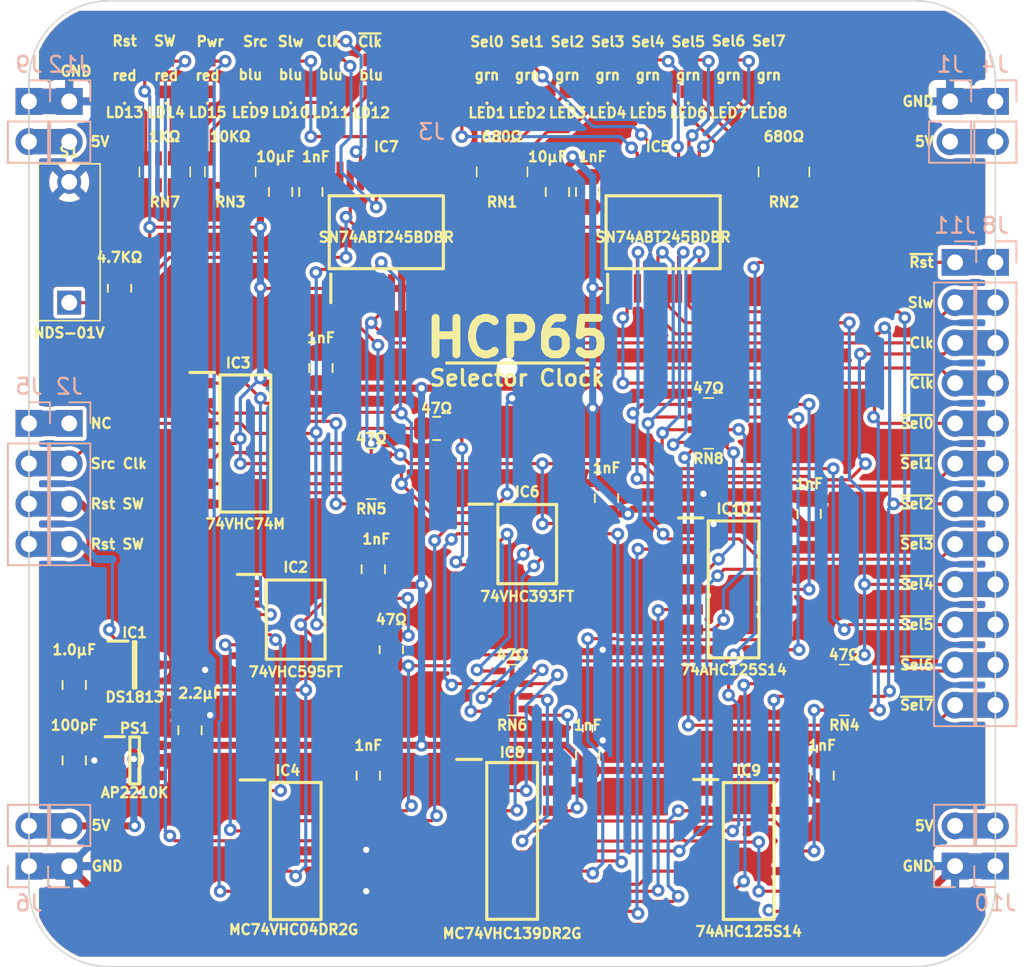
<source format=kicad_pcb>
(kicad_pcb (version 20211014) (generator pcbnew)
  (layers (0 "F.Cu" signal) (31 "B.Cu" signal) (37 "F.SilkS" user "F.Silkscreen") (38 "B.Mask" user) (39 "F.Mask" user) (44 "Edge.Cuts" user))
  (net 0 "")
  (net 1 "VCC")
  (net 2 "/~{Clock}")
  (net 3 "/Count 1 A")
  (net 4 "/Count 1 B")
  (net 5 "/Count 2 B")
  (net 6 "/Count 2 A")
  (net 7 "/Clock")
  (net 8 "GND")
  (net 9 "/Reset Switch")
  (net 10 "/Source Clock")
  (net 11 "/~{Reset}")
  (net 12 "/Slow Selector")
  (net 13 "/~{Select 7}")
  (net 14 "/~{Select 6}")
  (net 15 "/~{Select 5}")
  (net 16 "/~{Select 4}")
  (net 17 "/~{Select 3}")
  (net 18 "/~{Select 2}")
  (net 19 "/~{Select 1}")
  (net 20 "/~{Select 0}")
  (net 21 "/~{Reset} GND")
  (net 22 "/Count 1 D")
  (net 23 "Net-(LED5-Pad1)")
  (net 24 "Net-(LED9-Pad1)")
  (net 25 "/Source 5V")
  (net 27 "Net-(IC5-Pad12)")
  (net 28 "/Reset Switch LED")
  (net 29 "/Reset LED")
  (net 30 "/Power LED")
  (net 31 "Net-(C2-Pad2)")
  (net 39 "Net-(IC5-Pad13)")
  (net 40 "Net-(IC5-Pad14)")
  (net 41 "Net-(IC5-Pad15)")
  (net 42 "Net-(IC5-Pad16)")
  (net 43 "Net-(IC5-Pad17)")
  (net 44 "Net-(IC5-Pad18)")
  (net 45 "Net-(IC5-Pad11)")
  (net 46 "Net-(IC7-Pad18)")
  (net 49 "Net-(IC7-Pad17)")
  (net 50 "Net-(IC7-Pad16)")
  (net 51 "Net-(IC7-Pad15)")
  (net 56 "unconnected-(J2-Pad1)")
  (net 57 "/~{RST}")
  (net 58 "/Shift QA")
  (net 59 "/Shift QH")
  (net 60 "/Shift QG")
  (net 61 "/Shift QE")
  (net 62 "/Flop D2")
  (net 63 "/Flop Q2")
  (net 64 "/Flop ~{Q2}")
  (net 65 "/Flop ~{Q1}")
  (net 66 "/Flop Q1")
  (net 67 "/~{Shift QH}")
  (net 68 "/~{Shift QG}")
  (net 69 "/Count 2QA")
  (net 70 "/Count 2QB")
  (net 71 "/Count 1QD")
  (net 72 "/Count 1QB")
  (net 73 "/Count 1QA")
  (net 74 "/Line ~{Y0B}")
  (net 75 "/Line ~{Y1B}")
  (net 76 "/Line ~{Y2B}")
  (net 77 "/Line ~{Y3B}")
  (net 78 "/Line ~{Y3A}")
  (net 79 "/Line ~{Y2A}")
  (net 80 "/Line ~{Y1A}")
  (net 81 "/Line ~{Y0A}")
  (net 82 "/Drive1 4Y")
  (net 83 "/Drive1 3Y")
  (net 84 "/Drive1 2Y")
  (net 85 "/Drive1 1Y")
  (net 86 "/Drive2 4Y")
  (net 87 "/Drive2 3Y")
  (net 88 "/Drive2 2Y")
  (net 89 "/Drive2 1Y")
  (net 90 "Net-(LED2-Pad1)")
  (net 91 "Net-(LED3-Pad1)")
  (net 92 "Net-(LED4-Pad1)")
  (net 93 "Net-(LED6-Pad1)")
  (net 94 "Net-(LED7-Pad1)")
  (net 95 "Net-(LED8-Pad1)")
  (net 96 "Net-(LD13-Pad1)")
  (net 97 "Net-(LD14-Pad1)")
  (net 98 "Net-(LD15-Pad1)")
  (net 99 "Net-(LED1-Pad1)")
  (net 100 "Net-(LD10-Pad1)")
  (net 101 "Net-(LD11-Pad1)")
  (net 102 "Net-(LD12-Pad1)")
  (net 105 "unconnected-(J1-Pad2)")
  (net 106 "unconnected-(J10-Pad2)")
  (net 107 "unconnected-(J12-Pad2)")
  (net 108 "/LED Enable")
  (footprint "Capacitor_SMD:C_0805_2012Metric" (layer "F.Cu") (at 114.6175 102.235 90)
    (fp_text reference "C4" hide)
    (fp_text value "C_Small")
  )
  (footprint "SamacSys_Parts:NDS01V" (layer "F.Cu") (at 83.82 109.22)
    (fp_text reference "S1")
    (fp_text value "NDS-01V")
  )
  (footprint "SamacSys_Parts:SOP65P780X200-20N" (layer "F.Cu") (at 103.8225 104.775 90)
    (fp_text reference "IC7")
    (fp_text value "SN74ABT245BDBR")
  )
  (footprint "SamacSys_Parts:CAY16470J4LF" (layer "F.Cu") (at 111.76 133.6675 -90)
    (fp_text reference "RN6")
    (fp_text value "CAY16-470J4LF" hide)
  )
  (footprint "SamacSys_Parts:SOT95P237X112-3N" (layer "F.Cu") (at 87.9475 132.08)
    (fp_text reference "IC1")
    (fp_text value "DS1813R-10+T&R" hide)
  )
  (footprint "Capacitor_SMD:C_0805_2012Metric" (layer "F.Cu") (at 99.695 113.3475 -90)
    (fp_text reference "C8" hide)
    (fp_text value "C_Small")
  )
  (footprint "SamacSys_Parts:SOP65P640X120-14N" (layer "F.Cu") (at 112.7125 124.46)
    (fp_text reference "IC6")
    (fp_text value "74VHC393FT")
  )
  (footprint "NetTie:NetTie-2_SMD_Pad0.5mm" (layer "F.Cu") (at 88.392 94.488 90)
    (fp_text reference "NT2" hide)
    (fp_text value "NetTie_2")
  )
  (footprint "SamacSys_Parts:150224VS73100A" (layer "F.Cu") (at 115.2525 94.903)
    (fp_text reference "LED3")
    (fp_text value "150224VS73100A" hide)
  )
  (footprint "Capacitor_SMD:C_0805_2012Metric" (layer "F.Cu") (at 91.44 136.2075 -90)
    (fp_text reference "C3" hide)
    (fp_text value "C_Small")
  )
  (footprint "SamacSys_Parts:150224BS73100A" (layer "F.Cu") (at 100.33 94.885)
    (fp_text reference "LD11")
    (fp_text value "150224BS73100A" hide)
  )
  (footprint "Capacitor_SMD:C_0805_2012Metric" (layer "F.Cu") (at 117.712 121.5575 -90)
    (fp_text reference "C9" hide)
    (fp_text value "C_Small")
  )
  (footprint "SamacSys_Parts:150224VS73100A" (layer "F.Cu") (at 122.8725 94.903)
    (fp_text reference "LED6")
    (fp_text value "150224VS73100A" hide)
  )
  (footprint "SamacSys_Parts:CAY16472J4LF" (layer "F.Cu") (at 93.98 100.965)
    (fp_text reference "RN3")
    (fp_text value "CAY16-103J4LF" hide)
  )
  (footprint "NetTie:NetTie-2_SMD_Pad0.5mm" (layer "F.Cu") (at 86.0425 122.8725)
    (fp_text reference "NT3" hide)
    (fp_text value "NetTie_2")
  )
  (footprint "SamacSys_Parts:CAY16470J4LF" (layer "F.Cu") (at 132.715 133.6675 -90)
    (fp_text reference "RN4")
    (fp_text value "CAY16-470J4LF" hide)
  )
  (footprint "SamacSys_Parts:150224SS73100A" (layer "F.Cu") (at 92.5525 94.9325)
    (fp_text reference "LD15")
    (fp_text value "150224SS73100" hide)
  )
  (footprint "SamacSys_Parts:150224VS73100A" (layer "F.Cu") (at 125.4125 94.903)
    (fp_text reference "LED7")
    (fp_text value "150224VS73100A" hide)
  )
  (footprint "SamacSys_Parts:SOP65P640X120-16N" (layer "F.Cu") (at 98.1075 129.2225)
    (fp_text reference "IC2")
    (fp_text value "74VHC595FT")
  )
  (footprint "SamacSys_Parts:CAY16470J4LF" (layer "F.Cu") (at 102.87 120.015 -90)
    (fp_text reference "RN5")
    (fp_text value "CAY16-470J4LF" hide)
  )
  (footprint "SamacSys_Parts:SOIC127P600X175-14N" (layer "F.Cu") (at 94.9325 118.11)
    (fp_text reference "IC3")
    (fp_text value "74VHC74M")
  )
  (footprint "Capacitor_SMD:C_0805_2012Metric" (layer "F.Cu") (at 130.4925 122.555 -90)
    (fp_text reference "C11" hide)
    (fp_text value "C_Small")
  )
  (footprint "Capacitor_SMD:C_0805_2012Metric" (layer "F.Cu") (at 84.1375 133.35 -90)
    (fp_text reference "C1" hide)
    (fp_text value "C_Small")
  )
  (footprint "Capacitor_SMD:C_0805_2012Metric" (layer "F.Cu") (at 84.1375 138.1125 -90)
    (fp_text reference "C2" hide)
    (fp_text value "C_Small")
  )
  (footprint "SamacSys_Parts:SOIC127P600X173-14N" (layer "F.Cu") (at 126.6825 143.8275)
    (fp_text reference "IC9")
    (fp_text value "74AHC125S14")
  )
  (footprint "SamacSys_Parts:150224BS73100A" (layer "F.Cu") (at 102.87 94.9038)
    (fp_text reference "LD12")
    (fp_text value "150224BS73100A" hide)
  )
  (footprint "SamacSys_Parts:150224VS73100A" (layer "F.Cu") (at 127.9525 94.903)
    (fp_text reference "LED8")
    (fp_text value "150224VS73100A" hide)
  )
  (footprint "Capacitor_SMD:C_0805_2012Metric" (layer "F.Cu") (at 99.06 102.235 90)
    (fp_text reference "C13" hide)
    (fp_text value "C_Small")
  )
  (footprint "Capacitor_SMD:C_0805_2012Metric" (layer "F.Cu") (at 116.5225 137.7925 -90)
    (fp_text reference "C10" hide)
    (fp_text value "C_Small")
  )
  (footprint "SamacSys_Parts:SOIC127P600X175-14N" (layer "F.Cu") (at 98.1075 143.8275)
    (fp_text reference "IC4")
    (fp_text value "MC74VHC04DR2G")
  )
  (footprint "SamacSys_Parts:150224BS73100A" (layer "F.Cu") (at 97.79 94.885)
    (fp_text reference "LD10")
    (fp_text value "150224BS73100A" hide)
  )
  (footprint "SamacSys_Parts:SOP65P780X200-20N" (layer "F.Cu") (at 121.285 104.775 90)
    (fp_text reference "IC5")
    (fp_text value "SN74ABT245BDBR")
  )
  (footprint "Resistor_SMD:R_0805_2012Metric" (layer "F.Cu") (at 104.14 131.1275 -90)
    (fp_text reference "R1" hide)
    (fp_text value "R_Small")
  )
  (footprint "SamacSys_Parts:150224SS73100A" (layer "F.Cu") (at 87.3125 94.9325)
    (fp_text reference "LD13")
    (fp_text value "150224SS73100" hide)
  )
  (footprint "Capacitor_SMD:C_0805_2012Metric" (layer "F.Cu") (at 97.155 102.235 -90)
    (fp_text reference "C5" hide)
    (fp_text value "C_Small")
  )
  (footprint "SamacSys_Parts:150224VS73100A" (layer "F.Cu") (at 110.1725 94.903)
    (fp_text reference "LED1")
    (fp_text value "150224VS73100A" hide)
  )
  (footprint "SamacSys_Parts:150224SS73100A" (layer "F.Cu") (at 89.9325 94.9325)
    (fp_text reference "LD14")
    (fp_text value "150224SS73100" hide)
  )
  (footprint "SamacSys_Parts:150224VS73100A" (layer "F.Cu") (at 112.7125 94.903)
    (fp_text reference "LED2")
    (fp_text value "150224VS73100A" hide)
  )
  (footprint "SamacSys_Parts:CAY16472J4LF" (layer "F.Cu") (at 111.125 100.965)
    (fp_text reference "RN1")
    (fp_text value "CAY16-681J4LF" hide)
  )
  (footprint "SamacSys_Parts:SOT95P282X130-5N" (layer "F.Cu") (at 87.9475 138.1125)
    (fp_text reference "PS1")
    (fp_text value "AP2210K-5.0TRG1" hide)
  )
  (footprint "SamacSys_Parts:CAY16472J4LF" (layer "F.Cu") (at 128.905 100.965)
    (fp_text reference "RN2")
    (fp_text value "CAY16-681J4LF" hide)
  )
  (footprint "SamacSys_Parts:SOIC127P602X173-16N" (layer "F.Cu") (at 111.76 143.1925)
    (fp_text reference "IC8")
    (fp_text value "MC74VHC139DR2G")
  )
  (footprint "Resistor_SMD:R_0805_2012Metric" (layer "F.Cu") (at 106.9975 117.1575 180)
    (fp_text reference "R5" hide)
    (fp_text value "R_Small")
  )
  (footprint "SamacSys_Parts:150224VS73100A" (layer "F.Cu") (at 95.25 94.885)
    (fp_text reference "LED9")
    (fp_text value "150224BS73100A" hide)
  )
  (footprint "Capacitor_SMD:C_0805_2012Metric" (layer "F.Cu") (at 116.5225 102.235 90)
    (fp_text reference "C14" hide)
    (fp_text value "C_Small")
  )
  (footprint "Capacitor_SMD:C_0805_2012Metric" (layer "F.Cu") (at 102.685 139.0675 -90)
    (fp_text reference "C12" hide)
    (fp_text value "C_Small")
  )
  (footprint "SamacSys_Parts:150224VS73100A" (layer "F.Cu") (at 117.7925 94.903)
    (fp_text reference "LED4")
    (fp_text value "150224VS73100A" hide)
  )
  (footprint "Resistor_SMD:R_0805_2012Metric" (layer "F.Cu") (at 86.995 108.3075 -90)
    (fp_text reference "R10" hide)
    (fp_text value "R_Small")
  )
  (footprint "Capacitor_SMD:C_0805_2012Metric" (layer "F.Cu") (at 131.3125 139.0675 -90)
    (fp_text reference "C6" hide)
    (fp_text value "C_Small")
  )
  (footprint "SamacSys_Parts:150224VS73100A" (layer "F.Cu") (at 120.3325 94.903)
    (fp_text reference "LED5")
    (fp_text value "150224VS73100A" hide)
  )
  (footprint "Capacitor_SMD:C_0805_2012Metric" (layer "F.Cu") (at 103.0025 126.0475 -90)
    (fp_text reference "C7" hide)
    (fp_text value "C_Small")
  )
  (footprint "SamacSys_Parts:CAY16470J4LF" (layer "F.Cu") (at 124.1425 116.84 90)
    (fp_text reference "RN8")
    (fp_text value "CAY16-470J4LF" hide)
  )
  (footprint "SamacSys_Parts:CAY16-J4" (layer "F.Cu") (at 89.8525 100.965)
    (fp_text reference "RN7")
    (fp_text value "CAY16-102J4LF" hide)
  )
  (footprint "SamacSys_Parts:SOIC127P600X173-14N" (layer "F.Cu") (at 125.73 127.3175)
    (fp_text reference "IC10")
    (fp_text value "74AHC125S14")
  )
  (footprint "Connector_PinHeader_2.54mm:PinHeader_1x02_P2.54mm_Vertical" (layer "B.Cu") (at 81.28 96.52 180)
    (fp_text reference "J9")
    (fp_text value "Conn_01x02_Male")
  )
  (footprint "Connector_PinHeader_2.54mm:PinHeader_1x12_P2.54mm_Vertical" (layer "B.Cu") (at 139.7 106.68 180)
    (fp_text reference "J11")
    (fp_text value "Conn_01x12_Male")
  )
  (footprint "Connector_PinHeader_2.54mm:PinHeader_1x12_P2.54mm_Vertical" (layer "B.Cu") (at 142.24 106.68 180)
    (fp_text reference "J8")
    (fp_text value "Conn_01x12_Male")
  )
  (footprint "Connector_PinHeader_2.54mm:PinHeader_1x02_P2.54mm_Vertical" (layer "B.Cu") (at 142.24 96.52 180)
    (fp_text reference "J4")
    (fp_text value "Conn_01x02_Male")
  )
  (footprint "Connector_PinHeader_2.54mm:PinHeader_1x04_P2.54mm_Vertical" (layer "B.Cu") (at 81.28 116.84 180)
    (fp_text reference "J5")
    (fp_text value "Conn_01x04_Male")
  )
  (footprint "Connector_PinHeader_2.54mm:PinHeader_1x02_P2.54mm_Vertical" (layer "B.Cu") (at 139.3825 96.52 180)
    (fp_text reference "J1")
    (fp_text value "Conn_01x02_Male")
  )
  (footprint "Connector_PinHeader_2.54mm:PinHeader_1x02_P2.54mm_Vertical" (layer "B.Cu") (at 83.82 144.785)
    (fp_text reference "J3")
    (fp_text value "Conn_01x02_Male")
  )
  (footprint "Connector_PinHeader_2.54mm:PinHeader_1x02_P2.54mm_Vertical" (layer "B.Cu") (at 83.82 96.52 180)
    (fp_text reference "J12")
    (fp_text value "Conn_01x02_Male")
  )
  (footprint "NetTie:NetTie-2_SMD_Pad0.5mm" (layer "B.Cu") (at 86.0425 125.4125)
    (fp_text reference "NT1" hide)
    (fp_text value "NetTie_2")
  )
  (footprint "Connector_PinHeader_2.54mm:PinHeader_1x02_P2.54mm_Vertical" (layer "B.Cu") (at 81.28 144.785)
    (fp_text reference "J6")
    (fp_text value "Conn_01x02_Male")
  )
  (footprint "Connector_PinHeader_2.54mm:PinHeader_1x04_P2.54mm_Vertical" (layer "B.Cu") (at 83.82 116.84 180)
    (fp_text reference "J2")
    (fp_text value "Conn_01x04_Male")
  )
  (footprint "Connector_PinHeader_2.54mm:PinHeader_1x02_P2.54mm_Vertical" (layer "B.Cu") (at 142.24 144.78)
    (fp_text reference "J10")
    (fp_text value "Conn_01x02_Male")
  )
  (footprint "Connector_PinHeader_2.54mm:PinHeader_1x02_P2.54mm_Vertical" (layer "B.Cu") (at 139.7 144.78)
    (fp_text reference "J7")
    (fp_text value "Conn_01x02_Male")
  )
  (gr_line (start 107.6325 113.03) (end 116.5225 113.03) (layer "F.SilkS") (width 0.2))
  (gr_arc locked (start 81.28 95.25) (mid 82.767897 91.657896) (end 86.36 90.17) (layer "Edge.Cuts") (width 0.1))
  (gr_line locked (start 86.359996 90.17) (end 137.160004 90.17) (layer "Edge.Cuts") (width 0.1))
  (gr_line locked (start 137.160004 151.13) (end 86.360004 151.13) (layer "Edge.Cuts") (width 0.1))
  (gr_arc locked (start 86.360004 151.13) (mid 82.767902 149.642102) (end 81.280004 146.05) (layer "Edge.Cuts") (width 0.1))
  (gr_line locked (start 81.28 95.25) (end 81.280004 146.05) (layer "Edge.Cuts") (width 0.1))
  (gr_arc locked (start 137.160004 90.17) (mid 140.752106 91.657898) (end 142.240004 95.25) (layer "Edge.Cuts") (width 0.1))
  (gr_line locked (start 142.240004 146.05) (end 142.240004 95.25) (layer "Edge.Cuts") (width 0.1))
  (gr_arc locked (start 142.240004 146.05) (mid 140.752107 149.642104) (end 137.160004 151.13) (layer "Edge.Cuts") (width 0.1))
  (gr_text "~{Sel3}" (at 138.43 124.46) (layer "F.SilkS") (effects (font (size 0.635 0.635)) (justify right)))
  (gr_text "Sel5" (at 122.8725 92.7575) (layer "F.SilkS") (effects (font (size 0.635 0.635))))
  (gr_text "Src" (at 95.5675 92.7395) (layer "F.SilkS") (effects (font (size 0.635 0.635))))
  (gr_text "Clk" (at 138.43 111.76) (layer "F.SilkS") (effects (font (size 0.635 0.635)) (justify right)))
  (gr_text "~{Sel4}" (at 138.43 127) (layer "F.SilkS") (effects (font (size 0.635 0.635)) (justify right)))
  (gr_text "Clk" (at 100.17 92.7387) (layer "F.SilkS") (effects (font (size 0.635 0.635))))
  (gr_text "5V" (at 138.43 99.06) (layer "F.SilkS") (effects (font (size 0.635 0.635)) (justify right)))
  (gr_text "~{Sel0}" (at 138.43 116.84) (layer "F.SilkS") (effects (font (size 0.635 0.635)) (justify right)))
  (gr_text "~{Rst}" (at 138.43 106.68) (layer "F.SilkS") (effects (font (size 0.635 0.635)) (justify right)))
  (gr_text "~{Sel5}" (at 138.43 129.54) (layer "F.SilkS") (effects (font (size 0.635 0.635)) (justify right)))
  (gr_text "Sel0" (at 110.1725 92.7575) (layer "F.SilkS") (effects (font (size 0.635 0.635))))
  (gr_text "5V" (at 138.43 142.24) (layer "F.SilkS") (effects (font (size 0.635 0.635)) (justify right)))
  (gr_text "~{Clk}" (at 102.79 92.7575) (layer "F.SilkS") (effects (font (size 0.635 0.635))))
  (gr_text "GND" (at 138.43 96.52) (layer "F.SilkS") (effects (font (size 0.635 0.635)) (justify right)))
  (gr_text "~{Sel1}" (at 138.43 119.38) (layer "F.SilkS") (effects (font (size 0.635 0.635)) (justify right)))
  (gr_text "HCP65" (at 112.0775 111.4425) (layer "F.SilkS") (effects (font (size 2.3 2.3) (thickness 0.5))))
  (gr_text "Sel4" (at 120.3325 92.7575) (layer "F.SilkS") (effects (font (size 0.635 0.635))))
  (gr_text "Src Clk" (at 85.09 119.38) (layer "F.SilkS") (effects (font (size 0.635 0.635)) (justify left)))
  (gr_text "Sel1" (at 112.7125 92.7575) (layer "F.SilkS") (effects (font (size 0.635 0.635))))
  (gr_text "~{Sel2}" (at 138.43 121.92) (layer "F.SilkS") (effects (font (size 0.635 0.635)) (justify right)))
  (gr_text "~{Sel7}" (at 138.43 134.62) (layer "F.SilkS") (effects (font (size 0.635 0.635)) (justify right)))
  (gr_text "Slw" (at 97.79 92.7387) (layer "F.SilkS") (effects (font (size 0.635 0.635))))
  (gr_text "Rst" (at 87.3125 92.71) (layer "F.SilkS") (effects (font (size 0.635 0.635))))
  (gr_text "Sel2" (at 115.2525 92.7575) (layer "F.SilkS") (effects (font (size 0.635 0.635))))
  (gr_text "~{Sel6}" (at 138.43 132.08) (layer "F.SilkS") (effects (font (size 0.635 0.635)) (justify right)))
  (gr_text "5V" (at 85.15 142.21) (layer "F.SilkS") (effects (font (size 0.635 0.635)) (justify left)))
  (gr_text "Pwr" (at 92.71 92.7415) (layer "F.SilkS") (effects (font (size 0.635 0.635))))
  (gr_text "NC" (at 85.09 116.84) (layer "F.SilkS") (effects (font (size 0.635 0.635)) (justify left)))
  (gr_text "~{Clk}" (at 138.43 114.3) (layer "F.SilkS") (effects (font (size 0.635 0.635)) (justify right)))
  (gr_text "Sel6" (at 125.4125 92.71) (layer "F.SilkS") (effects (font (size 0.635 0.635))))
  (gr_text "5V" (at 85.09 99.06) (layer "F.SilkS") (effects (font (size 0.635 0.635)) (justify left)))
  (gr_text "SW" (at 89.8525 92.71) (layer "F.SilkS") (effects (font (size 0.635 0.635))))
  (gr_text "Rst SW" (at 85.09 121.92) (layer "F.SilkS") (effects (font (size 0.635 0.635)) (justify left)))
  (gr_text "GND" (at 85.15 144.78) (layer "F.SilkS") (effects (font (size 0.635 0.635)) (justify left)))
  (gr_text "GND" (at 138.43 144.78) (layer "F.SilkS") (effects (font (size 0.635 0.635)) (justify right)))
  (gr_text "Selector Clock" (at 112.0775 113.9825) (layer "F.SilkS") (effects (font (size 1 1) (thickness 0.2))))
  (gr_text "Rst SW" (at 85.09 124.46) (layer "F.SilkS") (effects (font (size 0.635 0.635)) (justify left)))
  (gr_text "GND" (at 83.185 94.615) (layer "F.SilkS") (effects (font (size 0.635 0.635)) (justify left)))
  (gr_text "Sel7" (at 127.9525 92.71) (layer "F.SilkS") (effects (font (size 0.635 0.635))))
  (gr_text "Slw" (at 138.43 109.22) (layer "F.SilkS") (effects (font (size 0.635 0.635)) (justify right)))
  (gr_text "Sel3" (at 117.7925 92.7575) (layer "F.SilkS") (effects (font (size 0.635 0.635))))
  (segment (start 101.53548 138.86798) (end 101.53548 137.22452) (width 0.45) (layer "F.Cu") (net 1))
  (segment (start 114.6175 101.285) (end 116.5225 101.285) (width 0.45) (layer "F.Cu") (net 1))
  (segment (start 115.158585 137.1575) (end 116.5225 138.521415) (width 0.45) (layer "F.Cu") (net 1))
  (segment (start 100.8375 101.285) (end 100.8975 101.225) (width 0.45) (layer "F.Cu") (net 1))
  (segment (start 94.615 117.7925) (end 94.2975 118.11) (width 0.2) (layer "F.Cu") (net 1))
  (segment (start 129.239511 122.252011) (end 130.4925 123.505) (width 0.45) (layer "F.Cu") (net 1))
  (segment (start 118.36 108.325) (end 116.8975 108.325) (width 0.2) (layer "F.Cu") (net 1))
  (segment (start 102.9525 126.9475) (end 101.0455 126.9475) (width 0.45) (layer "F.Cu") (net 1))
  (segment (start 86.8975 133.03) (end 86.8975 134.8625) (width 0.45) (layer "F.Cu") (net 1))
  (segment (start 86.8975 134.8625) (end 89.1975 137.1625) (width 0.45) (layer "F.Cu") (net 1))
  (segment (start 101.6025 137.1575) (end 106.0425 137.1575) (width 0.45) (layer "F.Cu") (net 1))
  (segment (start 97.6575 114.3) (end 99.6925 114.3) (width 0.45) (layer "F.Cu") (net 1))
  (segment (start 103.064511 127.059511) (end 105.985491 127.059511) (width 0.45) (layer "F.Cu") (net 1))
  (segment (start 88.9 105.1325) (end 88.9 104.4575) (width 0.2) (layer "F.Cu") (net 1))
  (segment (start 86.995 107.395) (end 86.995 107.0375) (width 0.2) (layer "F.Cu") (net 1))
  (segment (start 100.015 114.6175) (end 106.045 114.6175) (width 0.45) (layer "F.Cu") (net 1))
  (segment (start 95.885 104.4575) (end 88.9 104.4575) (width 0.2) (layer "F.Cu") (net 1))
  (segment (start 105.985491 127.059511) (end 106.045002 127) (width 0.45) (layer "F.Cu") (net 1))
  (segment (start 130.4925 123.505) (end 128.4435 123.505) (width 0.45) (layer "F.Cu") (net 1))
  (segment (start 116.8975 108.325) (end 116.84 108.2675) (width 0.2) (layer "F.Cu") (net 1))
  (segment (start 131.3125 140.0175) (end 129.3935 140.0175) (width 0.45) (layer "F.Cu") (net 1))
  (segment (start 116.5225 138.7425) (end 114.49 138.7425) (width 0.45) (layer "F.Cu") (net 1))
  (segment (start 115.57 100.3325) (end 115.57 100.0125) (width 0.45) (layer "F.Cu") (net 1))
  (segment (start 116.5225 138.7425) (end 130.0375 138.7425) (width 0.45) (layer "F.Cu") (net 1))
  (segment (start 101.53548 137.22452) (end 101.6025 137.1575) (width 0.45) (layer "F.Cu") (net 1))
  (segment (start 88.5825 95.885) (end 88.5825 95.1785) (width 0.2) (layer "F.Cu") (net 1))
  (segment (start 97.155 101.285) (end 95.885 102.555) (width 0.45) (layer "F.Cu") (net 1))
  (segment (start 97.155 101.285) (end 100.8375 101.285) (width 0.45) (layer "F.Cu") (net 1))
  (segment (start 119.365489 122.252011) (end 129.239511 122.252011) (width 0.45) (layer "F.Cu") (net 1))
  (segment (start 114.6175 101.285) (end 115.57 100.3325) (width 0.45) (layer "F.Cu") (net 1))
  (segment (start 94.2975 118.11) (end 92.2075 118.11) (width 0.2) (layer "F.Cu") (net 1))
  (segment (start 108.495916 116.077001) (end 116.650499 116.077001) (width 0.45) (layer "F.Cu") (net 1))
  (segment (start 106.0425 137.1575) (end 115.158585 137.1575) (width 0.45) (layer "F.Cu") (net 1))
  (segment (start 119.0625 122.555) (end 117.7595 122.555) (width 0.45) (layer "F.Cu") (net 1))
  (segment (start 99.695 114.2975) (end 100.015 114.6175) (width 0.45) (layer "F.Cu") (net 1))
  (segment (start 102.685 140.0175) (end 100.8325 140.0175) (width 0.45) (layer "F.Cu") (net 1))
  (segment (start 116.650499 116.077001) (end 116.84 115.8875) (width 0.45) (layer "F.Cu") (net 1))
  (segment (start 95.9425 108.325) (end 95.885 108.2675) (width 0.2) (layer "F.Cu") (net 1))
  (segment (start 97.6575 119.38) (end 94.615 119.38) (width 0.2) (layer "F.Cu") (net 1))
  (segment (start 97.6575 114.3) (end 96.2025 114.3) (width 0.45) (layer "F.Cu") (net 1))
  (segment (start 96.2025 114.3) (end 95.885 113.9825) (width 0.45) (layer "F.Cu") (net 1))
  (segment (start 91.44 137.1575) (end 101.6025 137.1575) (width 0.45) (layer "F.Cu") (net 1))
  (segment (start 119.0625 122.555) (end 119.365489 122.252011) (width 0.45) (layer "F.Cu") (net 1))
  (segment (start 86.995 107.0375) (end 88.9 105.1325) (width 0.2) (layer "F.Cu") (net 1))
  (segment (start 89.1975 137.1625) (end 91.435 137.1625) (width 0.45) (layer "F.Cu") (net 1))
  (segment (start 95.885 102.555) (end 95.885 104.4575) (width 0.45) (layer "F.Cu") (net 1))
  (segment (start 88.5825 95.1785) (end 88.392 94.988) (width 0.2) (layer "F.Cu") (net 1))
  (segment (start 100.8975 108.325) (end 95.9425 108.325) (width 0.2) (layer "F.Cu") (net 1))
  (segment (start 106.045 114.6175) (end 107.036415 114.6175) (width 0.45) (layer "F.Cu") (net 1))
  (segment (start 102.685 140.0175) (end 101.53548 138.86798) (width 0.45) (layer "F.Cu") (net 1))
  (segment (start 116.5225 101.285) (end 118.360489 101.285) (width 0.45) (layer "F.Cu") (net 1))
  (segment (start 130.0375 138.7425) (end 131.3125 140.0175) (width 0.45) (layer "F.Cu") (net 1))
  (segment (start 117.712 122.5075) (end 115.653 122.5075) (width 0.45) (layer "F.Cu") (net 1))
  (segment (start 107.036415 114.6175) (end 108.495916 116.077001) (width 0.45) (layer "F.Cu") (net 1))
  (via (at 88.5825 95.885) (size 0.8) (drill 0.4) (layers "F.Cu" "B.Cu") (net 1))
  (via (at 94.615 119.38) (size 0.8) (drill 0.4) (layers "F.Cu" "B.Cu") (net 1))
  (via (at 106.045002 127) (size 0.8) (drill 0.4) (layers "F.Cu" "B.Cu") (net 1))
  (via (at 106.0425 137.1575) (size 0.8) (drill 0.4) (layers "F.Cu" "B.Cu") (net 1))
  (via (at 95.885 104.4575) (size 0.8) (drill 0.4) (layers "F.Cu" "B.Cu") (net 1))
  (via (at 95.885 108.2675) (size 0.8) (drill 0.4) (layers "F.Cu" "B.Cu") (net 1))
  (via (at 106.045 114.6175) (size 0.8) (drill 0.4) (layers "F.Cu" "B.Cu") (net 1))
  (via (at 116.84 115.8875) (size 0.8) (drill 0.4) (layers "F.Cu" "B.Cu") (net 1))
  (via (at 95.885 113.9825) (size 0.8) (drill 0.4) (layers "F.Cu" "B.Cu") (net 1))
  (via (at 94.615 117.7925) (size 0.8) (drill 0.4) (layers "F.Cu" "B.Cu") (net 1))
  (via (at 116.84 108.2675) (size 0.8) (drill 0.4) (layers "F.Cu" "B.Cu") (net 1))
  (via (at 119.0625 122.555) (size 0.8) (drill 0.4) (layers "F.Cu" "B.Cu") (net 1))
  (via (at 88.9 104.4575) (size 0.8) (drill 0.4) (layers "F.Cu" "B.Cu") (net 1))
  (via (at 115.57 100.0125) (size 0.8) (drill 0.4) (layers "F.Cu" "B.Cu") (net 1))
  (segment (start 95.885 108.2675) (end 95.885 113.9825) (width 0.45) (layer "B.Cu") (net 1))
  (segment (start 116.84 120.3325) (end 116.84 115.8875) (width 0.45) (layer "B.Cu") (net 1))
  (segment (start 106.045 114.6175) (end 106.045 126.999998) (width 0.45) (layer "B.Cu") (net 1))
  (segment (start 116.84 108.2675) (end 116.84 101.2825) (width 0.45) (layer "B.Cu") (net 1))
  (segment (start 106.0425 137.1575) (end 106.045002 137.154998) (width 0.45) (layer "B.Cu") (net 1))
  (segment (start 106.045 126.999998) (end 106.045002 127) (width 0.45) (layer "B.Cu") (net 1))
  (segment (start 94.615 119.38) (end 94.615 117.7925) (width 0.2) (layer "B.Cu") (net 1))
  (segment (start 116.84 101.2825) (end 115.57 100.0125) (width 0.45) (layer "B.Cu") (net 1))
  (segment (start 106.045002 137.154998) (end 106.045002 127) (width 0.45) (layer "B.Cu") (net 1))
  (segment (start 95.885 108.2675) (end 95.885 104.4575) (width 0.45) (layer "B.Cu") (net 1))
  (segment (start 116.84 108.2675) (end 116.84 115.8875) (width 0.45) (layer "B.Cu") (net 1))
  (segment (start 94.615 115.2525) (end 95.885 113.9825) (width 0.2) (layer "B.Cu") (net 1))
  (segment (start 119.0625 122.555) (end 116.84 120.3325) (width 0.45) (layer "B.Cu") (net 1))
  (segment (start 94.615 117.7925) (end 94.615 115.2525) (width 0.2) (layer "B.Cu") (net 1))
  (segment (start 88.9 96.2025) (end 88.9 104.4575) (width 0.2) (layer "B.Cu") (net 1))
  (segment (start 88.5825 95.885) (end 88.9 96.2025) (width 0.2) (layer "B.Cu") (net 1))
  (segment locked (start 139.7 114.3) (end 142.24 114.3) (width 1.6) (layer "F.Cu") (net 2))
  (segment (start 109.73749 122.47299) (end 106.59799 122.47299) (width 0.2) (layer "F.Cu") (net 2))
  (segment (start 111.4425 121.3545) (end 111.4425 121.285) (width 0.2) (layer "F.Cu") (net 2))
  (segment (start 104.710499 116.140499) (end 104.775 116.205) (width 0.2) (layer "F.Cu") (net 2))
  (segment (start 139.7 114.3) (end 138.7475 113.3475) (width 0.2) (layer "F.Cu") (net 2))
  (segment (start 113.665 113.3475) (end 111.76 115.2525) (width 0.2) (layer "F.Cu") (net 2))
  (segment (start 104.775 120.02) (end 104.775 120.65) (width 0.2) (layer "F.Cu") (net 2))
  (segment (start 100.303744 116.194511) (end 100.357756 116.140499) (width 0.2) (layer "F.Cu") (net 2))
  (segment (start 102.8475 108.325) (end 102.8475 107.3375) (width 0.2) (layer "F.Cu") (net 2))
  (segment (start 92.832011 116.194511) (end 100.303744 116.194511) (width 0.2) (layer "F.Cu") (net 2))
  (segment (start 103.72 119.615) (end 104.37 119.615) (width 0.2) (layer "F.Cu") (net 2))
  (segment (start 106.59799 122.47299) (end 104.775 120.65) (width 0.2) (layer "F.Cu") (net 2))
  (segment (start 100.357756 116.140499) (end 104.710499 116.140499) (width 0.2) (layer "F.Cu") (net 2))
  (segment (start 102.8475 107.3375) (end 103.505 106.68) (width 0.2) (layer "F.Cu") (net 2))
  (segment (start 138.7475 113.3475) (end 113.665 113.3475) (width 0.2) (layer "F.Cu") (net 2))
  (segment (start 92.2075 115.57) (end 92.832011 116.194511) (width 0.2) (layer "F.Cu") (net 2))
  (segment (start 110.287 122.51) (end 111.4425 121.3545) (width 0.2) (layer "F.Cu") (net 2))
  (segment (start 104.37 119.615) (end 104.775 120.02) (width 0.2) (layer "F.Cu") (net 2))
  (via (at 111.4425 121.285) (size 0.8) (drill 0.4) (layers "F.Cu" "B.Cu") (net 2))
  (via (at 111.76 115.2525) (size 0.8) (drill 0.4) (layers "F.Cu" "B.Cu") (net 2))
  (via (at 104.775 120.65) (size 0.8) (drill 0.4) (layers "F.Cu" "B.Cu") (net 2))
  (via (at 104.775 116.205) (size 0.8) (drill 0.4) (layers "F.Cu" "B.Cu") (net 2))
  (via (at 103.505 106.68) (size 0.8) (drill 0.4) (layers "F.Cu" "B.Cu") (net 2))
  (segment (start 104.710499 116.140499) (end 104.710499 107.885499) (width 0.2) (layer "B.Cu") (net 2))
  (segment (start 104.710499 107.885499) (end 103.505 106.68) (width 0.2) (layer "B.Cu") (net 2))
  (segment locked (start 142.24 114.3) (end 139.7 114.3) (width 1.6) (layer "B.Cu") (net 2))
  (segment (start 111.4425 115.57) (end 111.76 115.2525) (width 0.2) (layer "B.Cu") (net 2))
  (segment (start 104.775 116.205) (end 105.404501 116.834501) (width 0.2) (layer "B.Cu") (net 2))
  (segment (start 111.4425 121.285) (end 111.4425 115.57) (width 0.2) (layer "B.Cu") (net 2))
  (segment (start 105.404501 116.834501) (end 105.404501 120.020499) (width 0.2) (layer "B.Cu") (net 2))
  (segment (start 105.404501 120.020499) (end 104.775 120.65) (width 0.2) (layer "B.Cu") (net 2))
  (segment (start 104.775 116.205) (end 104.710499 116.140499) (width 0.2) (layer "B.Cu") (net 2))
  (segment (start 114.065 133.2675) (end 114.6175 132.715) (width 0.2) (layer "F.Cu") (net 3))
  (segment (start 109.035 140.0175) (end 112.648 140.0175) (width 0.2) (layer "F.Cu") (net 3))
  (segment (start 112.61 133.2675) (end 114.065 133.2675) (width 0.2) (layer "F.Cu") (net 3))
  (via (at 114.6175 132.715) (size 0.8) (drill 0.4) (layers "F.Cu" "B.Cu") (net 3))
  (via (at 112.648 140.0175) (size 0.8) (drill 0.4) (layers "F.Cu" "B.Cu") (net 3))
  (segment (start 112.648 134.647755) (end 114.580755 132.715) (width 0.2) (layer "B.Cu") (net 3))
  (segment (start 114.580755 132.715) (end 114.6175 132.715) (width 0.2) (layer "B.Cu") (net 3))
  (segment (start 112.648 140.0175) (end 112.648 134.647755) (width 0.2) (layer "B.Cu") (net 3))
  (segment (start 109.035 141.2875) (end 112.032643 141.2875) (width 0.2) (layer "F.Cu") (net 4))
  (segment (start 112.032643 141.2875) (end 112.060588 141.259555) (width 0.2) (layer "F.Cu") (net 4))
  (segment (start 112.61 132.4675) (end 113.595 132.4675) (width 0.2) (layer "F.Cu") (net 4))
  (segment (start 113.595 132.4675) (end 113.665 132.3975) (width 0.2) (layer "F.Cu") (net 4))
  (via (at 112.060588 141.259555) (size 0.8) (drill 0.4) (layers "F.Cu" "B.Cu") (net 4))
  (via (at 113.665 132.3975) (size 0.8) (drill 0.4) (layers "F.Cu" "B.Cu") (net 4))
  (segment (start 111.948499 134.114001) (end 111.948499 141.147466) (width 0.2) (layer "B.Cu") (net 4))
  (segment (start 111.948499 141.147466) (end 112.060588 141.259555) (width 0.2) (layer "B.Cu") (net 4))
  (segment (start 113.665 132.3975) (end 111.948499 134.114001) (width 0.2) (layer "B.Cu") (net 4))
  (segment (start 113.7475 134.0675) (end 113.9825 134.3025) (width 0.2) (layer "F.Cu") (net 5))
  (segment (start 112.61 134.0675) (end 113.7475 134.0675) (width 0.2) (layer "F.Cu") (net 5))
  (segment (start 113.032014 142.5575) (end 112.395631 143.193883) (width 0.2) (layer "F.Cu") (net 5))
  (segment (start 114.485 142.5575) (end 113.032014 142.5575) (width 0.2) (layer "F.Cu") (net 5))
  (via (at 112.395631 143.193883) (size 0.8) (drill 0.4) (layers "F.Cu" "B.Cu") (net 5))
  (via (at 113.9825 134.3025) (size 0.8) (drill 0.4) (layers "F.Cu" "B.Cu") (net 5))
  (segment (start 112.395631 143.193883) (end 113.9825 141.607014) (width 0.2) (layer "B.Cu") (net 5))
  (segment (start 113.9825 141.607014) (end 113.9825 134.3025) (width 0.2) (layer "B.Cu") (net 5))
  (segment (start 115.665421 141.2875) (end 115.859487 141.093434) (width 0.2) (layer "F.Cu") (net 6))
  (segment (start 114.485 141.2875) (end 115.665421 141.2875) (width 0.2) (layer "F.Cu") (net 6))
  (segment (start 112.61 134.8675) (end 112.9975 135.255) (width 0.2) (layer "F.Cu") (net 6))
  (segment (start 112.9975 135.255) (end 115.2525 135.255) (width 0.2) (layer "F.Cu") (net 6))
  (via (at 115.859487 141.093434) (size 0.8) (drill 0.4) (layers "F.Cu" "B.Cu") (net 6))
  (via (at 115.2525 135.255) (size 0.8) (drill 0.4) (layers "F.Cu" "B.Cu") (net 6))
  (segment (start 115.859487 137.766987) (end 115.2525 137.16) (width 0.2) (layer "B.Cu") (net 6))
  (segment (start 115.859487 141.093434) (end 115.859487 137.766987) (width 0.2) (layer "B.Cu") (net 6))
  (segment (start 115.2525 137.16) (end 115.2525 135.255) (width 0.2) (layer "B.Cu") (net 6))
  (segment (start 139.7 111.76) (end 139.0005 112.4595) (width 0.2) (layer "F.Cu") (net 7))
  (segment (start 115.6505 123.16) (end 113.695 123.16) (width 0.2) (layer "F.Cu") (net 7))
  (segment (start 102.170499 108.352001) (end 102.170499 110.779743) (width 0.2) (layer "F.Cu") (net 7))
  (segment (start 139.0005 112.4595) (end 133.732 112.4595) (width 0.2) (layer "F.Cu") (net 7))
  (segment (start 130.591264 120.397) (end 133.032499 120.397001) (width 0.2) (layer "F.Cu") (net 7))
  (segment (start 105.27 119.38) (end 113.665 119.38) (width 0.2) (layer "F.Cu") (net 7))
  (segment (start 113.665 119.38) (end 120.015 119.38) (width 0.2) (layer "F.Cu") (net 7))
  (segment (start 133.032499 120.397001) (end 134.0495 119.38) (width 0.2) (layer "F.Cu") (net 7))
  (segment (start 130.380252 120.185988) (end 130.591264 120.397) (width 0.2) (layer "F.Cu") (net 7))
  (segment (start 104.705 118.815) (end 105.27 119.38) (width 0.2) (layer "F.Cu") (net 7))
  (segment (start 120.820988 120.185988) (end 130.380252 120.185988) (width 0.2) (layer "F.Cu") (net 7))
  (segment (start 103.72 118.815) (end 104.705 118.815) (width 0.2) (layer "F.Cu") (net 7))
  (segment (start 120.015 119.38) (end 120.820988 120.185988) (width 0.2) (layer "F.Cu") (net 7))
  (segment (start 113.695 123.16) (end 113.665 123.19) (width 0.2) (layer "F.Cu") (net 7))
  (segment locked (start 142.24 111.76) (end 139.7 111.76) (width 1.6) (layer "F.Cu") (net 7))
  (segment (start 102.170499 110.779743) (end 103.295628 111.904872) (width 0.2) (layer "F.Cu") (net 7))
  (via (at 103.295628 111.904872) (size 0.8) (drill 0.4) (layers "F.Cu" "B.Cu") (net 7))
  (via (at 113.665 123.19) (size 0.8) (drill 0.4) (layers "F.Cu" "B.Cu") (net 7))
  (via (at 133.732 112.4595) (size 0.8) (drill 0.4) (layers "F.Cu" "B.Cu") (net 7))
  (via (at 134.0495 119.38) (size 0.8) (drill 0.4) (layers "F.Cu" "B.Cu") (net 7))
  (via (at 104.705 118.815) (size 0.8) (drill 0.4) (layers "F.Cu" "B.Cu") (net 7))
  (via (at 113.665 119.38) (size 0.8) (drill 0.4) (layers "F.Cu" "B.Cu") (net 7))
  (segment (start 134.0495 119.38) (end 133.6675 118.998) (width 0.2) (layer "B.Cu") (net 7))
  (segment (start 104.705 118.815) (end 103.295628 117.405628) (width 0.2) (layer "B.Cu") (net 7))
  (segment locked (start 139.7 111.76) (end 142.24 111.76) (width 1.6) (layer "B.Cu") (net 7))
  (segment (start 133.6675 112.524) (end 133.732 112.4595) (width 0.2) (layer "B.Cu") (net 7))
  (segment (start 113.665 123.19) (end 113.665 119.38) (width 0.2) (layer "B.Cu") (net 7))
  (segment (start 133.6675 118.998) (end 133.6675 112.524) (width 0.2) (layer "B.Cu") (net 7))
  (segment (start 103.295628 117.405628) (end 103.295628 111.904872) (width 0.2) (layer "B.Cu") (net 7))
  (segment (start 92.075 132.08) (end 92.3925 132.3975) (width 0.45) (layer "F.Cu") (net 8))
  (segment locked (start 81.28 96.52) (end 83.82 96.52) (width 1.6) (layer "F.Cu") (net 8))
  (segment locked (start 83.82 144.78) (end 81.28 144.78) (width 1.6) (layer "F.Cu") (net 8))
  (segment (start 84.4575 137.1625) (end 85.4075 138.1125) (width 0.45) (layer "F.Cu") (net 8))
  (segment (start 118.3895 121.285) (end 117.712 120.6075) (width 0.45) (layer "F.Cu") (net 8))
  (segment (start 106.621024 126.41) (end 105.308524 125.0975) (width 0.45) (layer "F.Cu") (net 8))
  (segment (start 117.475 131.1275) (end 115.57 131.1275) (width 0.2) (layer "F.Cu") (net 8))
  (segment (start 109.9875 148.59) (end 123.019 148.59) (width 0.45) (layer "F.Cu") (net 8))
  (segment (start 85.4075 138.1125) (end 86.6975 138.1125) (width 0.45) (layer "F.Cu") (net 8))
  (segment (start 108.285489 148.387011) (end 109.035 147.6375) (width 0.45) (layer "F.Cu") (net 8))
  (segment (start 102.5525 146.3675) (end 100.8325 146.3675) (width 0.45) (layer "F.Cu") (net 8))
  (segment (start 115.57 129.54) (end 117.7925 127.3175) (width 0.2) (layer "F.Cu") (net 8))
  (segment locked (start 139.7 96.52) (end 142.24 96.52) (width 1.6) (layer "F.Cu") (net 8))
  (segment (start 117.7925 127.3175) (end 123.019 127.3175) (width 0.2) (layer "F.Cu") (net 8))
  (segment (start 136.092989 148.387011) (end 139.7 144.78) (width 0.45) (layer "F.Cu") (net 8))
  (segment (start 95.3825 147.6375) (end 96.132011 148.387011) (width 0.45) (layer "F.Cu") (net 8))
  (segment (start 91.4425 135.255) (end 92.71 135.255) (width 0.45) (layer "F.Cu") (net 8))
  (segment (start 125.946011 148.387011) (end 136.092989 148.387011) (width 0.45) (layer "F.Cu") (net 8))
  (segment (start 125.1965 147.6375) (end 125.946011 148.387011) (width 0.45) (layer "F.Cu") (net 8))
  (segment (start 83.82 144.785) (end 86.6725 147.6375) (width 0.45) (layer "F.Cu") (net 8))
  (segment (start 114.6175 103.185) (end 116.5225 103.185) (width 0.45) (layer "F.Cu") (net 8))
  (segment (start 123.9715 147.6375) (end 125.1965 147.6375) (width 0.45) (layer "F.Cu") (net 8))
  (segment (start 97.155 103.185) (end 99.06 103.185) (width 0.45) (layer "F.Cu") (net 8))
  (segment locked (start 142.24 144.78) (end 139.7 144.78) (width 1.6) (layer "F.Cu") (net 8))
  (segment (start 102.477511 143.8275) (end 102.5525 143.752511) (width 0.45) (layer "F.Cu") (net 8))
  (segment (start 123.825 121.285) (end 118.3895 121.285) (width 0.45) (layer "F.Cu") (net 8))
  (segment (start 88.9975 132.08) (end 92.075 132.08) (width 0.45) (layer "F.Cu") (net 8))
  (segment (start 123.019 148.59) (end 123.9715 147.6375) (width 0.45) (layer "F.Cu") (net 8))
  (segment (start 123.019 123.5075) (end 124.1425 123.5075) (width 0.45) (layer "F.Cu") (net 8))
  (segment (start 115.57 131.1275) (end 115.57 129.54) (width 0.2) (layer "F.Cu") (net 8))
  (segment (start 109.035 147.6375) (end 109.9875 148.59) (width 0.45) (layer "F.Cu") (net 8))
  (segment (start 124.1425 123.5075) (end 124.46 123.19) (width 0.45) (layer "F.Cu") (net 8))
  (segment (start 130.1725 121.285) (end 130.4925 121.605) (width 0.45) (layer "F.Cu") (net 8))
  (segment (start 105.308524 125.0975) (end 103.0025 125.0975) (width 0.45) (layer "F.Cu") (net 8))
  (segment (start 123.019 131.1275) (end 117.475 131.1275) (width 0.45) (layer "F.Cu") (net 8))
  (segment (start 100.8325 143.8275) (end 102.477511 143.8275) (width 0.45) (layer "F.Cu") (net 8))
  (segment (start 86.6725 147.6375) (end 95.3825 147.6375) (width 0.45) (layer "F.Cu") (net 8))
  (segment (start 116.5225 136.8425) (end 117.475 136.8425) (width 0.45) (layer "F.Cu") (net 8))
  (segment (start 109.7745 126.41) (end 106.621024 126.41) (width 0.45) (layer "F.Cu") (net 8))
  (segment (start 123.825 121.285) (end 130.1725 121.285) (width 0.45) (layer "F.Cu") (net 8))
  (segment (start 96.132011 148.387011) (end 108.285489 148.387011) (width 0.45) (layer "F.Cu") (net 8))
  (via (at 117.475 131.1275) (size 0.8) (drill 0.4) (layers "F.Cu" "B.Cu") (net 8))
  (via (at 124.46 123.19) (size 0.8) (drill 0.4) (layers "F.Cu" "B.Cu") (net 8))
  (via (at 102.5525 146.3675) (size 0.8) (drill 0.4) (layers "F.Cu" "B.Cu") (net 8))
  (via (at 85.4075 138.1125) (size 0.8) (drill 0.4) (layers "F.Cu" "B.Cu") (net 8))
  (via (at 117.475 136.8425) (size 0.8) (drill 0.4) (layers "F.Cu" "B.Cu") (net 8))
  (via (at 92.3925 132.3975) (size 0.8) (drill 0.4) (layers "F.Cu" "B.Cu") (net 8))
  (via (at 123.825 121.285) (size 0.8) (drill 0.4) (layers "F.Cu" "B.Cu") (net 8))
  (via (at 102.5525 143.752511) (size 0.8) (drill 0.4) (layers "F.Cu" "B.Cu") (net 8))
  (via (at 92.71 135.255) (size 0.8) (drill 0.4) (layers "F.Cu" "B.Cu") (net 8))
  (segment (start 83.82 144.785) (end 85.4075 143.1975) (width 0.45) (layer "B.Cu") (net 8))
  (segment locked (start 142.24 96.52) (end 139.7 96.52) (width 1.6) (layer "B.Cu") (net 8))
  (segment (start 92.3925 132.3975) (end 92.71 132.715) (width 0.45) (layer "B.Cu") (net 8))
  (segment (start 92.71 132.715) (end 92.71 135.255) (width 0.45) (layer "B.Cu") (net 8))
  (segment (start 124.46 123.19) (end 124.46 121.92) (width 0.45) (layer "B.Cu") (net 8))
  (segment (start 85.4075 143.1975) (end 85.4075 138.1125) (width 0.45) (layer "B.Cu") (net 8))
  (segment (start 117.475 136.8425) (end 117.475 131.1275) (width 0.45) (layer "B.Cu") (net 8))
  (segment (start 102.5525 146.3675) (end 102.5525 143.752511) (width 0.45) (layer "B.Cu") (net 8))
  (segment locked (start 83.82 96.52) (end 81.28 96.52) (width 1.6) (layer "B.Cu") (net 8))
  (segment locked (start 81.28 144.78) (end 83.82 144.78) (width 1.6) (layer "B.Cu") (net 8))
  (segment (start 124.46 121.92) (end 123.825 121.285) (width 0.45) (layer "B.Cu") (net 8))
  (segment locked (start 139.7 144.78) (end 142.24 144.78) (width 1.6) (layer "B.Cu") (net 8))
  (segment locked (start 81.28 124.46) (end 83.82 124.46) (width 1.6) (layer "F.Cu") (net 9))
  (segment (start 83.82 124.46) (end 84.59 124.46) (width 0.45) (layer "B.Cu") (net 9))
  (segment locked (start 83.82 124.46) (end 81.28 124.46) (width 1.6) (layer "B.Cu") (net 9))
  (segment (start 84.59 124.46) (end 85.5425 125.4125) (width 0.45) (layer "B.Cu") (net 9))
  (segment (start 99.567011 107.125489) (end 99.3775 107.315) (width 0.2) (layer "F.Cu") (net 10))
  (segment (start 101.5475 108.325) (end 101.5475 107.225) (width 0.2) (layer "F.Cu") (net 10))
  (segment (start 101.0455 129.5475) (end 99.450734 129.5475) (width 0.2) (layer "F.Cu") (net 10))
  (segment (start 95.286745 117.475) (end 99.338917 117.475) (width 0.2) (layer "F.Cu") (net 10))
  (segment (start 101.447989 107.125489) (end 99.567011 107.125489) (width 0.2) (layer "F.Cu") (net 10))
  (segment (start 86.36 116.84) (end 92.2075 116.84) (width 0.2) (layer "F.Cu") (net 10))
  (segment (start 101.5475 107.225) (end 101.447989 107.125489) (width 0.2) (layer "F.Cu") (net 10))
  (segment (start 94.651745 116.84) (end 95.286745 117.475) (width 0.2) (layer "F.Cu") (net 10))
  (segment (start 83.82 119.38) (end 86.36 116.84) (width 0.2) (layer "F.Cu") (net 10))
  (segment (start 99.450734 129.5475) (end 99.424324 129.52109) (width 0.2) (layer "F.Cu") (net 10))
  (segment locked (start 81.28 119.38) (end 83.82 119.38) (width 1.6) (layer "F.Cu") (net 10))
  (segment (start 101.0455 130.1975) (end 101.0455 129.5475) (width 0.2) (layer "F.Cu") (net 10))
  (segment (start 99.338917 117.475) (end 99.403417 117.4105) (width 0.2) (layer "F.Cu") (net 10))
  (segment (start 92.2075 116.84) (end 94.651745 116.84) (width 0.2) (layer "F.Cu") (net 10))
  (via (at 99.403417 117.4105) (size 0.8) (drill 0.4) (layers "F.Cu" "B.Cu") (net 10))
  (via (at 99.424324 129.52109) (size 0.8) (drill 0.4) (layers "F.Cu" "B.Cu") (net 10))
  (via (at 99.3775 107.315) (size 0.8) (drill 0.4) (layers "F.Cu" "B.Cu") (net 10))
  (segment (start 99.403417 107.340917) (end 99.3775 107.315) (width 0.2) (layer "B.Cu") (net 10))
  (segment (start 99.403417 117.4105) (end 99.3775 117.436417) (width 0.2) (layer "B.Cu") (net 10))
  (segment (start 99.403417 117.4105) (end 99.403417 107.340917) (width 0.2) (layer "B.Cu") (net 10))
  (segment (start 99.3775 117.436417) (end 99.3775 129.474266) (width 0.2) (layer "B.Cu") (net 10))
  (segment (start 99.3775 129.474266) (end 99.424324 129.52109) (width 0.2) (layer "B.Cu") (net 10))
  (segment locked (start 83.82 119.38) (end 81.28 119.38) (width 1.6) (layer "B.Cu") (net 10))
  (segment (start 125.347999 131.827001) (end 115.704508 131.827001) (width 0.2) (layer "F.Cu") (net 11))
  (segment (start 100.8325 141.2875) (end 105.0925 141.2875) (width 0.2) (layer "F.Cu") (net 11))
  (segment (start 107.892863 132.137137) (end 105.2205 132.137137) (width 0.2) (layer "F.Cu") (net 11))
  (segment (start 108.585 131.445) (end 107.892863 132.137137) (width 0.2) (layer "F.Cu") (net 11))
  (segment (start 127.3175 106.68) (end 139.7 106.68) (width 0.2) (layer "F.Cu") (net 11))
  (segment (start 104.237137 132.137137) (end 105.2205 132.137137) (width 0.2) (layer "F.Cu") (net 11))
  (segment (start 115.322507 131.445) (end 108.585 131.445) (width 0.2) (layer "F.Cu") (net 11))
  (segment locked (start 142.24 106.68) (end 139.7 106.68) (width 1.6) (layer "F.Cu") (net 11))
  (segment (start 105.0925 141.2875) (end 105.41 140.97) (width 0.2) (layer "F.Cu") (net 11))
  (segment (start 125.73 131.445) (end 125.347999 131.827001) (width 0.2) (layer "F.Cu") (net 11))
  (segment (start 115.704508 131.827001) (end 115.322507 131.445) (width 0.2) (layer "F.Cu") (net 11))
  (segment (start 127 106.9975) (end 127.3175 106.68) (width 0.2) (layer "F.Cu") (net 11))
  (via (at 125.73 131.445) (size 0.8) (drill 0.4) (layers "F.Cu" "B.Cu") (net 11))
  (via (at 127 106.9975) (size 0.8) (drill 0.4) (layers "F.Cu" "B.Cu") (net 11))
  (via (at 105.2205 132.137137) (size 0.8) (drill 0.4) (layers "F.Cu" "B.Cu") (net 11))
  (via (at 105.41 140.97) (size 0.8) (drill 0.4) (layers "F.Cu" "B.Cu") (net 11))
  (segment (start 125.73 131.445) (end 127.082011 130.092989) (width 0.2) (layer "B.Cu") (net 11))
  (segment (start 127.082011 107.079511) (end 127 106.9975) (width 0.2) (layer "B.Cu") (net 11))
  (segment (start 105.2205 140.7805) (end 105.2205 132.137137) (width 0.2) (layer "B.Cu") (net 11))
  (segment (start 105.41 140.97) (end 105.2205 140.7805) (width 0.2) (layer "B.Cu") (net 11))
  (segment locked (start 139.7 106.68) (end 142.24 106.68) (width 1.6) (layer "B.Cu") (net 11))
  (segment (start 127.082011 130.092989) (end 127.082011 107.079511) (width 0.2) (layer "B.Cu") (net 11))
  (segment (start 102.87 120.215) (end 102.87 118.11) (width 0.2) (layer "F.Cu") (net 12))
  (segment (start 103.4975 109.8625) (end 102.87 110.49) (width 0.2) (layer "F.Cu") (net 12))
  (segment (start 139.7 109.22) (end 137.16 111.76) (width 0.2) (layer "F.Cu") (net 12))
  (segment (start 103.07 120.415) (end 102.87 120.215) (width 0.2) (layer "F.Cu") (net 12))
  (segment (start 103.72 120.415) (end 103.07 120.415) (width 0.2) (layer "F.Cu") (net 12))
  (segment (start 103.4975 108.325) (end 103.4975 109.8625) (width 0.2) (layer "F.Cu") (net 12))
  (segment (start 104.14 111.76) (end 102.87 110.49) (width 0.2) (layer "F.Cu") (net 12))
  (segment (start 137.16 111.76) (end 104.14 111.76) (width 0.2) (layer "F.Cu") (net 12))
  (segment locked (start 139.7 109.22) (end 142.24 109.22) (width 1.6) (layer "F.Cu") (net 12))
  (via (at 102.87 110.49) (size 0.8) (drill 0.4) (layers "F.Cu" "B.Cu") (net 12))
  (via (at 102.87 118.11) (size 0.8) (drill 0.4) (layers "F.Cu" "B.Cu") (net 12))
  (segment (start 102.87 118.11) (end 102.596127 117.836127) (width 0.2) (layer "B.Cu") (net 12))
  (segment (start 102.596127 117.836127) (end 102.596127 110.763873) (width 0.2) (layer "B.Cu") (net 12))
  (segment locked (start 142.24 109.22) (end 139.7 109.22) (width 1.6) (layer "B.Cu") (net 12))
  (segment (start 102.596127 110.763873) (end 102.87 110.49) (width 0.2) (layer "B.Cu") (net 12))
  (segment (start 123.2925 118.04) (end 123.2925 118.342176) (width 0.2) (layer "F.Cu") (net 13))
  (segment (start 123.2925 118.342176) (end 122.636676 118.998) (width 0.2) (layer "F.Cu") (net 13))
  (segment locked (start 139.7 134.62) (end 142.24 134.62) (width 1.6) (layer "F.Cu") (net 13))
  (segment (start 122.8725 135.89) (end 138.43 135.89) (width 0.2) (layer "F.Cu") (net 13))
  (segment (start 138.43 135.89) (end 139.7 134.62) (width 0.2) (layer "F.Cu") (net 13))
  (segment (start 122.061755 118.04) (end 121.92 118.181755) (width 0.2) (layer "F.Cu") (net 13))
  (segment (start 123.2925 118.04) (end 122.061755 118.04) (width 0.2) (layer "F.Cu") (net 13))
  (segment (start 123.56 106.050497) (end 123.554503 106.045) (width 0.2) (layer "F.Cu") (net 13))
  (segment (start 123.56 108.325) (end 123.56 106.050497) (width 0.2) (layer "F.Cu") (net 13))
  (via (at 121.92 118.181755) (size 0.8) (drill 0.4) (layers "F.Cu" "B.Cu") (net 13))
  (via (at 122.8725 135.89) (size 0.8) (drill 0.4) (layers "F.Cu" "B.Cu") (net 13))
  (via (at 123.554503 106.045) (size 0.8) (drill 0.4) (layers "F.Cu" "B.Cu") (net 13))
  (via (at 122.636676 118.998) (size 0.8) (drill 0.4) (layers "F.Cu" "B.Cu") (net 13))
  (segment (start 122.636676 119.144176) (end 122.636676 118.998) (width 0.2) (layer "B.Cu") (net 13))
  (segment locked (start 142.24 134.62) (end 139.7 134.62) (width 1.6) (layer "B.Cu") (net 13))
  (segment (start 122.719021 117.382734) (end 121.92 118.181755) (width 0.2) (layer "B.Cu") (net 13))
  (segment (start 123.554503 106.045) (end 122.719021 106.880482) (width 0.2) (layer "B.Cu") (net 13))
  (segment (start 122.8725 135.89) (end 122.8725 119.38) (width 0.2) (layer "B.Cu") (net 13))
  (segment (start 122.8725 119.38) (end 122.636676 119.144176) (width 0.2) (layer "B.Cu") (net 13))
  (segment (start 122.719021 106.880482) (end 122.719021 117.382734) (width 0.2) (layer "B.Cu") (net 13))
  (segment (start 136.142999 109.790499) (end 123.275499 109.790499) (width 0.2) (layer "F.Cu") (net 14))
  (segment (start 122.91 109.425) (end 122.91 108.325) (width 0.2) (layer "F.Cu") (net 14))
  (segment locked (start 142.24 132.08) (end 139.7 132.08) (width 1.6) (layer "F.Cu") (net 14))
  (segment (start 133.565 132.4675) (end 139.3125 132.4675) (width 0.2) (layer "F.Cu") (net 14))
  (segment (start 123.275499 109.790499) (end 122.91 109.425) (width 0.2) (layer "F.Cu") (net 14))
  (segment (start 136.525 110.1725) (end 136.142999 109.790499) (width 0.2) (layer "F.Cu") (net 14))
  (via (at 136.525 110.1725) (size 0.8) (drill 0.4) (layers "F.Cu" "B.Cu") (net 14))
  (segment (start 136.525 131.7625) (end 136.525 110.1725) (width 0.2) (layer "B.Cu") (net 14))
  (segment locked (start 139.7 132.08) (end 142.24 132.08) (width 1.6) (layer "B.Cu") (net 14))
  (segment (start 136.8425 132.08) (end 136.525 131.7625) (width 0.2) (layer "B.Cu") (net 14))
  (segment (start 139.7 132.08) (end 136.8425 132.08) (width 0.2) (layer "B.Cu") (net 14))
  (segment (start 139.7 129.54) (end 133.0325 129.54) (width 0.2) (layer "F.Cu") (net 15))
  (segment (start 121.251996 117.438266) (end 121.220499 117.469763) (width 0.2) (layer "F.Cu") (net 15))
  (segment (start 122.26 106.34) (end 122.555 106.045) (width 0.2) (layer "F.Cu") (net 15))
  (segment (start 121.220499 119.632999) (end 121.285 119.6975) (width 0.2) (layer "F.Cu") (net 15))
  (segment (start 121.450262 117.24) (end 121.251996 117.438266) (width 0.2) (layer "F.Cu") (net 15))
  (segment (start 133.0325 129.54) (end 132.715 129.8575) (width 0.2) (layer "F.Cu") (net 15))
  (segment (start 121.285 119.6975) (end 132.0155 119.6975) (width 0.2) (layer "F.Cu") (net 15))
  (segment (start 121.220499 117.469763) (end 121.220499 119.632999) (width 0.2) (layer "F.Cu") (net 15))
  (segment (start 123.2925 117.24) (end 121.450262 117.24) (width 0.2) (layer "F.Cu") (net 15))
  (segment locked (start 139.7 129.54) (end 142.24 129.54) (width 1.6) (layer "F.Cu") (net 15))
  (segment (start 122.26 108.325) (end 122.26 106.34) (width 0.2) (layer "F.Cu") (net 15))
  (via (at 121.251996 117.438266) (size 0.8) (drill 0.4) (layers "F.Cu" "B.Cu") (net 15))
  (via (at 122.555 106.045) (size 0.8) (drill 0.4) (layers "F.Cu" "B.Cu") (net 15))
  (via (at 132.715 129.8575) (size 0.8) (drill 0.4) (layers "F.Cu" "B.Cu") (net 15))
  (via (at 132.0155 119.6975) (size 0.8) (drill 0.4) (layers "F.Cu" "B.Cu") (net 15))
  (segment (start 122.319511 116.370751) (end 121.251996 117.438266) (width 0.2) (layer "B.Cu") (net 15))
  (segment (start 132.715 129.8575) (end 132.0155 129.158) (width 0.2) (layer "B.Cu") (net 15))
  (segment locked (start 142.24 129.54) (end 139.7 129.54) (width 1.6) (layer "B.Cu") (net 15))
  (segment (start 132.0155 129.158) (end 132.0155 119.6975) (width 0.2) (layer "B.Cu") (net 15))
  (segment (start 122.555 106.045) (end 122.319511 106.280489) (width 0.2) (layer "B.Cu") (net 15))
  (segment (start 122.319511 106.280489) (end 122.319511 116.370751) (width 0.2) (layer "B.Cu") (net 15))
  (segment (start 122.675 110.49) (end 121.61 109.425) (width 0.2) (layer "F.Cu") (net 16))
  (segment (start 139.7 127) (end 133.985 127) (width 0.2) (layer "F.Cu") (net 16))
  (segment (start 121.61 109.425) (end 121.61 108.325) (width 0.2) (layer "F.Cu") (net 16))
  (segment (start 133.565 133.2675) (end 132.915 133.2675) (width 0.2) (layer "F.Cu") (net 16))
  (segment (start 133.325978 131.445) (end 133.985 131.445) (width 0.2) (layer "F.Cu") (net 16))
  (segment (start 132.915 133.2675) (end 132.815489 133.167989) (width 0.2) (layer "F.Cu") (net 16))
  (segment (start 133.0325 110.49) (end 122.675 110.49) (width 0.2) (layer "F.Cu") (net 16))
  (segment locked (start 142.24 127) (end 139.7 127) (width 1.6) (layer "F.Cu") (net 16))
  (segment (start 132.815489 133.167989) (end 132.815489 131.955489) (width 0.2) (layer "F.Cu") (net 16))
  (segment (start 132.815489 131.955489) (end 133.325978 131.445) (width 0.2) (layer "F.Cu") (net 16))
  (via (at 133.985 131.445) (size 0.8) (drill 0.4) (layers "F.Cu" "B.Cu") (net 16))
  (via (at 133.985 127) (size 0.8) (drill 0.4) (layers "F.Cu" "B.Cu") (net 16))
  (via (at 133.0325 110.49) (size 0.8) (drill 0.4) (layers "F.Cu" "B.Cu") (net 16))
  (segment (start 133.985 131.445) (end 133.985 127) (width 0.2) (layer "B.Cu") (net 16))
  (segment (start 133.0325 120.3325) (end 133.0325 110.49) (width 0.2) (layer "B.Cu") (net 16))
  (segment (start 133.0325 120.3325) (end 133.985 121.285) (width 0.2) (layer "B.Cu") (net 16))
  (segment (start 133.985 127) (end 133.985 121.285) (width 0.2) (layer "B.Cu") (net 16))
  (segment locked (start 139.7 127) (end 142.24 127) (width 1.6) (layer "B.Cu") (net 16))
  (segment (start 139.7 124.46) (end 138.7475 125.4125) (width 0.2) (layer "F.Cu") (net 17))
  (segment locked (start 139.7 124.46) (end 142.24 124.46) (width 1.6) (layer "F.Cu") (net 17))
  (segment (start 138.7475 125.4125) (end 127.376978 125.4125) (width 0.2) (layer "F.Cu") (net 17))
  (segment (start 127.376978 125.4125) (end 126.096489 124.132011) (width 0.2) (layer "F.Cu") (net 17))
  (segment (start 121.592011 124.132011) (end 121.285 123.825) (width 0.2) (layer "F.Cu") (net 17))
  (segment (start 120.96 106.322997) (end 121.237997 106.045) (width 0.2) (layer "F.Cu") (net 17))
  (segment (start 120.7325 116.44) (end 120.3325 116.84) (width 0.2) (layer "F.Cu") (net 17))
  (segment (start 123.2925 116.44) (end 120.7325 116.44) (width 0.2) (layer "F.Cu") (net 17))
  (segment (start 120.96 108.325) (end 120.96 106.322997) (width 0.2) (layer "F.Cu") (net 17))
  (segment (start 126.096489 124.132011) (end 121.592011 124.132011) (width 0.2) (layer "F.Cu") (net 17))
  (via (at 120.3325 116.84) (size 0.8) (drill 0.4) (layers "F.Cu" "B.Cu") (net 17))
  (via (at 121.285 123.825) (size 0.8) (drill 0.4) (layers "F.Cu" "B.Cu") (net 17))
  (via (at 121.237997 106.045) (size 0.8) (drill 0.4) (layers "F.Cu" "B.Cu") (net 17))
  (segment (start 120.3325 122.8725) (end 120.3325 116.84) (width 0.2) (layer "B.Cu") (net 17))
  (segment (start 121.92 115.2525) (end 120.3325 116.84) (width 0.2) (layer "B.Cu") (net 17))
  (segment (start 121.285 123.825) (end 120.3325 122.8725) (width 0.2) (layer "B.Cu") (net 17))
  (segment (start 121.237997 106.045) (end 121.92 106.727003) (width 0.2) (layer "B.Cu") (net 17))
  (segment locked (start 142.24 124.46) (end 139.7 124.46) (width 1.6) (layer "B.Cu") (net 17))
  (segment (start 121.92 106.727003) (end 121.92 115.2525) (width 0.2) (layer "B.Cu") (net 17))
  (segment (start 122.074501 111.189501) (end 134.872999 111.189501) (width 0.2) (layer "F.Cu") (net 18))
  (segment (start 135.237 134.0675) (end 135.5725 133.732) (width 0.2) (layer "F.Cu") (net 18))
  (segment (start 133.565 134.0675) (end 135.237 134.0675) (width 0.2) (layer "F.Cu") (net 18))
  (segment (start 139.7 121.92) (end 135.8255 121.92) (width 0.2) (layer "F.Cu") (net 18))
  (segment (start 120.31 109.425) (end 122.074501 111.189501) (width 0.2) (layer "F.Cu") (net 18))
  (segment locked (start 142.24 121.92) (end 139.7 121.92) (width 1.6) (layer "F.Cu") (net 18))
  (segment (start 134.872999 111.189501) (end 135.255 110.8075) (width 0.2) (layer "F.Cu") (net 18))
  (segment (start 120.31 108.325) (end 120.31 109.425) (width 0.2) (layer "F.Cu") (net 18))
  (via (at 135.8255 121.92) (size 0.8) (drill 0.4) (layers "F.Cu" "B.Cu") (net 18))
  (via (at 135.5725 133.732) (size 0.8) (drill 0.4) (layers "F.Cu" "B.Cu") (net 18))
  (via (at 135.255 110.8075) (size 0.8) (drill 0.4) (layers "F.Cu" "B.Cu") (net 18))
  (segment (start 135.255 110.8075) (end 135.5725 111.125) (width 0.2) (layer "B.Cu") (net 18))
  (segment (start 135.5725 111.125) (end 135.5725 121.667) (width 0.2) (layer "B.Cu") (net 18))
  (segment locked (start 139.7 121.92) (end 142.24 121.92) (width 1.6) (layer "B.Cu") (net 18))
  (segment (start 135.5725 133.732) (end 135.507999 133.667499) (width 0.2) (layer "B.Cu") (net 18))
  (segment (start 135.507999 122.237501) (end 135.8255 121.92) (width 0.2) (layer "B.Cu") (net 18))
  (segment (start 135.5725 121.667) (end 135.8255 121.92) (width 0.2) (layer "B.Cu") (net 18))
  (segment (start 135.507999 133.667499) (end 135.507999 122.237501) (width 0.2) (layer "B.Cu") (net 18))
  (segment (start 119.66 108.325) (end 119.66 106.0825) (width 0.2) (layer "F.Cu") (net 19))
  (segment locked (start 139.7 119.38) (end 142.24 119.38) (width 1.6) (layer "F.Cu") (net 19))
  (segment (start 130.214769 120.585499) (end 119.885999 120.585499) (width 0.2) (layer "F.Cu") (net 19))
  (segment (start 119.945 115.64) (end 119.38 116.205) (width 0.2) (layer "F.Cu") (net 19))
  (segment (start 139.7 119.38) (end 138.283489 120.796511) (width 0.2) (layer "F.Cu") (net 19))
  (segment (start 119.885999 120.585499) (end 119.633 120.3325) (width 0.2) (layer "F.Cu") (net 19))
  (segment (start 138.283489 120.796511) (end 130.425781 120.796511) (width 0.2) (layer "F.Cu") (net 19))
  (segment (start 130.425781 120.796511) (end 130.214769 120.585499) (width 0.2) (layer "F.Cu") (net 19))
  (segment (start 123.2925 115.64) (end 119.945 115.64) (width 0.2) (layer "F.Cu") (net 19))
  (segment (start 119.66 106.0825) (end 119.6975 106.045) (width 0.2) (layer "F.Cu") (net 19))
  (via (at 119.38 116.205) (size 0.8) (drill 0.4) (layers "F.Cu" "B.Cu") (net 19))
  (via (at 119.6975 106.045) (size 0.8) (drill 0.4) (layers "F.Cu" "B.Cu") (net 19))
  (via (at 119.633 120.3325) (size 0.8) (drill 0.4) (layers "F.Cu" "B.Cu") (net 19))
  (segment (start 119.633 120.3325) (end 119.633 116.458) (width 0.2) (layer "B.Cu") (net 19))
  (segment (start 119.6975 106.045) (end 119.6975 115.8875) (width 0.2) (layer "B.Cu") (net 19))
  (segment locked (start 142.24 119.38) (end 139.7 119.38) (width 1.6) (layer "B.Cu") (net 19))
  (segment (start 119.633 116.458) (end 119.38 116.205) (width 0.2) (layer "B.Cu") (net 19))
  (segment (start 119.6975 115.8875) (end 119.38 116.205) (width 0.2) (layer "B.Cu") (net 19))
  (segment (start 134.954676 116.84) (end 134.5555 116.440824) (width 0.2) (layer "F.Cu") (net 20))
  (segment (start 134.62 116.376324) (end 134.5555 116.440824) (width 0.2) (layer "F.Cu") (net 20))
  (segment (start 134.62 114.3) (end 134.62 116.376324) (width 0.2) (layer "F.Cu") (net 20))
  (segment (start 134.9375 134.9375) (end 133.635 134.9375) (width 0.2) (layer "F.Cu") (net 20))
  (segment (start 119.01 109.9075) (end 118.745 110.1725) (width 0.2) (layer "F.Cu") (net 20))
  (segment locked (start 142.24 116.84) (end 139.7 116.84) (width 1.6) (layer "F.Cu") (net 20))
  (segment (start 118.745 114.3) (end 134.62 114.3) (width 0.2) (layer "F.Cu") (net 20))
  (segment (start 119.01 108.325) (end 119.01 109.9075) (width 0.2) (layer "F.Cu") (net 20))
  (segment (start 139.7 116.84) (end 134.954676 116.84) (width 0.2) (layer "F.Cu") (net 20))
  (via (at 134.5555 116.440824) (size 0.8) (drill 0.4) (layers "F.Cu" "B.Cu") (net 20))
  (via (at 134.9375 134.9375) (size 0.8) (drill 0.4) (layers "F.Cu" "B.Cu") (net 20))
  (via (at 118.745 114.3) (size 0.8) (drill 0.4) (layers "F.Cu" "B.Cu") (net 20))
  (via (at 118.745 110.1725) (size 0.8) (drill 0.4) (layers "F.Cu" "B.Cu") (net 20))
  (segment locked (start 139.7 116.84) (end 142.24 116.84) (width 1.6) (layer "B.Cu") (net 20))
  (segment (start 134.9375 134.9375) (end 134.855489 134.855489) (width 0.2) (layer "B.Cu") (net 20))
  (segment (start 118.745 110.1725) (end 118.745 114.3) (width 0.2) (layer "B.Cu") (net 20))
  (segment (start 134.855489 134.855489) (end 134.855489 116.740813) (width 0.2) (layer "B.Cu") (net 20))
  (segment (start 134.855489 116.740813) (end 134.5555 116.440824) (width 0.2) (layer "B.Cu") (net 20))
  (segment (start 84.59 121.92) (end 85.5425 122.8725) (width 0.45) (layer "F.Cu") (net 21))
  (segment locked (start 83.82 121.92) (end 81.28 121.92) (width 1.6) (layer "F.Cu") (net 21))
  (segment (start 83.82 121.92) (end 84.59 121.92) (width 0.45) (layer "F.Cu") (net 21))
  (segment locked (start 81.28 121.92) (end 83.82 121.92) (width 1.6) (layer "B.Cu") (net 21))
  (segment (start 102.235 117.1575) (end 106.085 117.1575) (width 0.2) (layer "F.Cu") (net 22))
  (segment (start 101.2825 118.11) (end 102.235 117.1575) (width 0.2) (layer "F.Cu") (net 22))
  (segment (start 97.6575 118.11) (end 101.2825 118.11) (width 0.2) (layer "F.Cu") (net 22))
  (segment (start 121.339745 95.903) (end 120.3325 95.903) (width 0.2) (layer "F.Cu") (net 23))
  (segment (start 125.551745 100.115) (end 121.339745 95.903) (width 0.2) (layer "F.Cu") (net 23))
  (segment (start 127.705 100.115) (end 125.551745 100.115) (width 0.2) (layer "F.Cu") (net 23))
  (segment (start 92.78 100.115) (end 92.78 98.355) (width 0.2) (layer "F.Cu") (net 24))
  (segment (start 92.78 98.355) (end 95.25 95.885) (width 0.2) (layer "F.Cu") (net 24))
  (segment (start 87.9475 138.43) (end 87.315 139.0625) (width 0.45) (layer "F.Cu") (net 25))
  (segment (start 87.897002 138.020489) (end 87.9475 138.070987) (width 0.45) (layer "F.Cu") (net 25))
  (segment (start 87.315 139.0625) (end 86.6975 139.0625) (width 0.45) (layer "F.Cu") (net 25))
  (segment (start 87.496522 137.1625) (end 87.897002 137.56298) (width 0.45) (layer "F.Cu") (net 25))
  (segment (start 86.6975 137.1625) (end 87.496522 137.1625) (width 0.45) (layer "F.Cu") (net 25))
  (segment (start 87.9475 138.070987) (end 87.9475 138.43) (width 0.45) (layer "F.Cu") (net 25))
  (segment (start 87.897002 137.56298) (end 87.897002 138.020489) (width 0.45) (layer "F.Cu") (net 25))
  (segment (start 87.9425 142.245) (end 87.9475 142.24) (width 0.45) (layer "F.Cu") (net 25))
  (segment locked (start 81.28 142.24) (end 83.82 142.24) (width 1.6) (layer "F.Cu") (net 25))
  (segment (start 84.1375 134.3) (end 84.1375 134.6025) (width 0.45) (layer "F.Cu") (net 25))
  (segment (start 84.1375 134.6025) (end 86.6975 137.1625) (width 0.45) (layer "F.Cu") (net 25))
  (segment (start 83.82 142.245) (end 87.9425 142.245) (width 0.45) (layer "F.Cu") (net 25))
  (via (at 87.9475 142.24) (size 0.8) (drill 0.4) (layers "F.Cu" "B.Cu") (net 25))
  (via (at 87.897002 138.020489) (size 0.8) (drill 0.4) (layers "F.Cu" "B.Cu") (net 25))
  (segment locked (start 83.82 142.24) (end 81.28 142.24) (width 1.6) (layer "B.Cu") (net 25))
  (segment (start 87.897002 142.189502) (end 87.9475 142.24) (width 0.45) (layer "B.Cu") (net 25))
  (segment (start 87.897002 138.020489) (end 87.897002 142.189502) (width 0.45) (layer "B.Cu") (net 25))
  (segment (start 126.6055 93.903) (end 126.6825 93.98) (width 0.2) (layer "F.Cu") (net 27))
  (segment (start 125.4125 93.903) (end 126.6055 93.903) (width 0.2) (layer "F.Cu") (net 27))
  (segment (start 123.56 101.225) (end 123.56 99.6425) (width 0.2) (layer "F.Cu") (net 27))
  (segment (start 123.56 99.6425) (end 123.825 99.3775) (width 0.2) (layer "F.Cu") (net 27))
  (via (at 126.6825 93.98) (size 0.8) (drill 0.4) (layers "F.Cu" "B.Cu") (net 27))
  (via (at 123.825 99.3775) (size 0.8) (drill 0.4) (layers "F.Cu" "B.Cu") (net 27))
  (segment (start 126.6825 96.52) (end 126.6825 93.98) (width 0.2) (layer "B.Cu") (net 27))
  (segment (start 123.825 99.3775) (end 126.6825 96.52) (width 0.2) (layer "B.Cu") (net 27))
  (segment (start 93.6625 93.98) (end 92.616 93.98) (width 0.2) (layer "F.Cu") (net 28))
  (segment (start 95.3825 146.3675) (end 93.345 146.3675) (width 0.2) (layer "F.Cu") (net 28))
  (via (at 93.6625 93.98) (size 0.8) (drill 0.4) (layers "F.Cu" "B.Cu") (net 28))
  (via (at 93.345 146.3675) (size 0.8) (drill 0.4) (layers "F.Cu" "B.Cu") (net 28))
  (segment (start 92.962999 94.679501) (end 93.6625 93.98) (width 0.2) (layer "B.Cu") (net 28))
  (segment (start 93.409501 131.548938) (end 92.962999 131.102436) (width 0.2) (layer "B.Cu") (net 28))
  (segment (start 93.277359 135.676886) (end 93.409501 135.544744) (width 0.2) (layer "B.Cu") (net 28))
  (segment (start 92.962999 131.102436) (end 92.962999 94.679501) (width 0.2) (layer "B.Cu") (net 28))
  (segment (start 93.277359 146.299859) (end 93.277359 135.676886) (width 0.2) (layer "B.Cu") (net 28))
  (segment (start 93.409501 135.544744) (end 93.409501 131.548938) (width 0.2) (layer "B.Cu") (net 28))
  (segment (start 93.345 146.3675) (end 93.277359 146.299859) (width 0.2) (layer "B.Cu") (net 28))
  (segment (start 91.1225 93.98) (end 89.996 93.98) (width 0.2) (layer "F.Cu") (net 29))
  (segment (start 90.477011 143.182011) (end 90.17 142.875) (width 0.2) (layer "F.Cu") (net 29))
  (segment (start 100.3825 142.5575) (end 99.757989 143.182011) (width 0.2) (layer "F.Cu") (net 29))
  (segment (start 99.757989 143.182011) (end 90.477011 143.182011) (width 0.2) (layer "F.Cu") (net 29))
  (via (at 90.17 142.875) (size 0.8) (drill 0.4) (layers "F.Cu" "B.Cu") (net 29))
  (via (at 91.1225 93.98) (size 0.8) (drill 0.4) (layers "F.Cu" "B.Cu") (net 29))
  (segment (start 90.17 142.875) (end 89.886941 142.591941) (width 0.2) (layer "B.Cu") (net 29))
  (segment (start 89.886941 142.591941) (end 89.886941 95.215559) (width 0.2) (layer "B.Cu") (net 29))
  (segment (start 89.886941 95.215559) (end 91.1225 93.98) (width 0.2) (layer "B.Cu") (net 29))
  (segment (start 88.392 93.988) (end 87.384 93.988) (width 0.45) (layer "F.Cu") (net 30))
  (segment (start 88.472989 139.787011) (end 89.1975 139.0625) (width 0.45) (layer "F.Cu") (net 31))
  (segment (start 84.1375 139.0625) (end 84.862011 139.787011) (width 0.45) (layer "F.Cu") (net 31))
  (segment (start 84.862011 139.787011) (end 88.472989 139.787011) (width 0.45) (layer "F.Cu") (net 31))
  (segment (start 124.0655 93.903) (end 124.1425 93.98) (width 0.2) (layer "F.Cu") (net 39))
  (segment (start 122.8725 93.903) (end 124.0655 93.903) (width 0.2) (layer "F.Cu") (net 39))
  (segment (start 122.91 98.87899) (end 123.118245 98.670745) (width 0.2) (layer "F.Cu") (net 39))
  (segment (start 122.91 101.225) (end 122.91 98.87899) (width 0.2) (layer "F.Cu") (net 39))
  (via (at 124.1425 93.98) (size 0.8) (drill 0.4) (layers "F.Cu" "B.Cu") (net 39))
  (via (at 123.118245 98.670745) (size 0.8) (drill 0.4) (layers "F.Cu" "B.Cu") (net 39))
  (segment (start 124.1425 93.98) (end 124.1425 97.64649) (width 0.2) (layer "B.Cu") (net 39))
  (segment (start 124.1425 97.64649) (end 123.118245 98.670745) (width 0.2) (layer "B.Cu") (net 39))
  (segment (start 122.26 101.225) (end 122.26 99.447003) (width 0.2) (layer "F.Cu") (net 40))
  (segment (start 122.26 99.447003) (end 122.190497 99.3775) (width 0.2) (layer "F.Cu") (net 40))
  (segment (start 121.5255 93.903) (end 121.6025 93.98) (width 0.2) (layer "F.Cu") (net 40))
  (segment (start 120.3325 93.903) (end 121.5255 93.903) (width 0.2) (layer "F.Cu") (net 40))
  (via (at 122.190497 99.3775) (size 0.8) (drill 0.4) (layers "F.Cu" "B.Cu") (net 40))
  (via (at 121.6025 93.98) (size 0.8) (drill 0.4) (layers "F.Cu" "B.Cu") (net 40))
  (segment (start 122.2375 99.330497) (end 122.190497 99.3775) (width 0.2) (layer "B.Cu") (net 40))
  (segment (start 121.6025 93.98) (end 122.2375 94.615) (width 0.2) (layer "B.Cu") (net 40))
  (segment (start 122.2375 94.615) (end 122.2375 99.330497) (width 0.2) (layer "B.Cu") (net 40))
  (segment (start 119.532989 95.543489) (end 117.8925 93.903) (width 0.2) (layer "F.Cu") (net 41))
  (segment (start 121.490996 101.105996) (end 121.490996 98.560518) (width 0.2) (layer "F.Cu") (net 41))
  (segment (start 121.490996 98.560518) (end 119.532989 96.602511) (width 0.2) (layer "F.Cu") (net 41))
  (segment (start 119.532989 96.602511) (end 119.532989 95.543489) (width 0.2) (layer "F.Cu") (net 41))
  (segment (start 119.0625 96.767494) (end 119.0625 95.673978) (width 0.2) (layer "F.Cu") (net 42))
  (segment (start 120.96 101.225) (end 120.96 98.664994) (width 0.2) (layer "F.Cu") (net 42))
  (segment (start 119.0625 95.673978) (end 118.592011 95.203489) (width 0.2) (layer "F.Cu") (net 42))
  (segment (start 116.552989 95.203489) (end 115.2525 93.903) (width 0.2) (layer "F.Cu") (net 42))
  (segment (start 120.96 98.664994) (end 119.0625 96.767494) (width 0.2) (layer "F.Cu") (net 42))
  (segment (start 118.592011 95.203489) (end 116.552989 95.203489) (width 0.2) (layer "F.Cu") (net 42))
  (segment (start 120.31 99.004238) (end 119.911611 98.605849) (width 0.2) (layer "F.Cu") (net 43))
  (segment (start 113.665 94.8555) (end 112.7125 93.903) (width 0.2) (layer "F.Cu") (net 43))
  (segment (start 120.31 101.225) (end 120.31 99.004238) (width 0.2) (layer "F.Cu") (net 43))
  (segment (start 113.665 94.9325) (end 113.665 94.8555) (width 0.2) (layer "F.Cu") (net 43))
  (via (at 113.665 94.9325) (size 0.8) (drill 0.4) (layers "F.Cu" "B.Cu") (net 43))
  (via (at 119.911611 98.605849) (size 0.8) (drill 0.4) (layers "F.Cu" "B.Cu") (net 43))
  (segment (start 116.84 98.1075) (end 119.413262 98.1075) (width 0.2) (layer "B.Cu") (net 43))
  (segment (start 113.665 94.9325) (end 116.84 98.1075) (width 0.2) (layer "B.Cu") (net 43))
  (segment (start 119.413262 98.1075) (end 119.911611 98.605849) (width 0.2) (layer "B.Cu") (net 43))
  (segment (start 119.66 99.814244) (end 119.289469 99.443713) (width 0.2) (layer "F.Cu") (net 44))
  (segment (start 108.585 98.7425) (end 108.585 95.4905) (width 0.2) (layer "F.Cu") (net 44))
  (segment (start 108.585 95.4905) (end 110.1725 93.903) (width 0.2) (layer "F.Cu") (net 44))
  (segment (start 119.66 101.225) (end 119.66 99.814244) (width 0.2) (layer "F.Cu") (net 44))
  (via (at 108.585 98.7425) (size 0.8) (drill 0.4) (layers "F.Cu" "B.Cu") (net 44))
  (via (at 119.289469 99.443713) (size 0.8) (drill 0.4) (layers "F.Cu" "B.Cu") (net 44))
  (segment (start 108.585 98.7425) (end 118.588256 98.7425) (width 0.2) (layer "B.Cu") (net 44))
  (segment (start 118.588256 98.7425) (end 119.289469 99.443713) (width 0.2) (layer "B.Cu") (net 44))
  (segment (start 130.709511 101.065489) (end 130.81 100.965) (width 0.2) (layer "F.Cu") (net 45))
  (segment (start 130.81 96.7605) (end 127.9525 93.903) (width 0.2) (layer "F.Cu") (net 45))
  (segment (start 124.369511 101.065489) (end 130.709511 101.065489) (width 0.2) (layer "F.Cu") (net 45))
  (segment (start 124.21 101.225) (end 124.369511 101.065489) (width 0.2) (layer "F.Cu") (net 45))
  (segment (start 130.81 100.965) (end 130.81 96.7605) (width 0.2) (layer "F.Cu") (net 45))
  (segment (start 102.1975 99.975) (end 101.9175 99.695) (width 0.2) (layer "F.Cu") (net 46))
  (segment (start 96.425 92.71) (end 101.2825 92.71) (width 0.2) (layer "F.Cu") (net 46))
  (segment (start 95.25 93.885) (end 96.425 92.71) (width 0.2) (layer "F.Cu") (net 46))
  (segment (start 102.1975 101.225) (end 102.1975 99.975) (width 0.2) (layer "F.Cu") (net 46))
  (via (at 101.2825 92.71) (size 0.8) (drill 0.4) (layers "F.Cu" "B.Cu") (net 46))
  (via (at 101.9175 99.695) (size 0.8) (drill 0.4) (layers "F.Cu" "B.Cu") (net 46))
  (segment (start 102.235 99.3775) (end 102.235 93.6625) (width 0.2) (layer "B.Cu") (net 46))
  (segment (start 102.235 93.6625) (end 101.2825 92.71) (width 0.2) (layer "B.Cu") (net 46))
  (segment (start 101.9175 99.695) (end 102.235 99.3775) (width 0.2) (layer "B.Cu") (net 46))
  (segment (start 102.626002 98.7425) (end 99.06 98.7425) (width 0.2) (layer "F.Cu") (net 49))
  (segment (start 102.8475 101.225) (end 102.8475 98.963998) (width 0.2) (layer "F.Cu") (net 49))
  (segment (start 102.8475 98.963998) (end 102.626002 98.7425) (width 0.2) (layer "F.Cu") (net 49))
  (segment (start 99.06 93.98) (end 97.885 93.98) (width 0.2) (layer "F.Cu") (net 49))
  (via (at 99.06 98.7425) (size 0.8) (drill 0.4) (layers "F.Cu" "B.Cu") (net 49))
  (via (at 99.06 93.98) (size 0.8) (drill 0.4) (layers "F.Cu" "B.Cu") (net 49))
  (segment (start 99.06 98.7425) (end 99.06 93.98) (width 0.2) (layer "B.Cu") (net 49))
  (segment (start 103.4975 101.225) (end 103.4975 102.325) (width 0.2) (layer "F.Cu") (net 50))
  (segment (start 103.1875 102.635) (end 103.1875 103.1875) (width 0.2) (layer "F.Cu") (net 50))
  (segment (start 101.123 93.885) (end 101.5355 94.2975) (width 0.2) (layer "F.Cu") (net 50))
  (segment (start 100.33 93.885) (end 101.123 93.885) (width 0.2) (layer "F.Cu") (net 50))
  (segment (start 103.4975 102.325) (end 103.1875 102.635) (width 0.2) (layer "F.Cu") (net 50))
  (via (at 101.5355 94.2975) (size 0.8) (drill 0.4) (layers "F.Cu" "B.Cu") (net 50))
  (via (at 103.1875 103.1875) (size 0.8) (drill 0.4) (layers "F.Cu" "B.Cu") (net 50))
  (segment (start 101.6 94.362) (end 101.5355 94.2975) (width 0.2) (layer "B.Cu") (net 50))
  (segment (start 100.965 99.3775) (end 101.6 98.7425) (width 0.2) (layer "B.Cu") (net 50))
  (segment (start 100.965 100.965) (end 100.965 99.3775) (width 0.2) (layer "B.Cu") (net 50))
  (segment (start 103.1875 103.1875) (end 100.965 100.965) (width 0.2) (layer "B.Cu") (net 50))
  (segment (start 101.6 98.7425) (end 101.6 94.362) (width 0.2) (layer "B.Cu") (net 50))
  (segment (start 102.87 93.9038) (end 104.1475 95.1813) (width 0.2) (layer "F.Cu") (net 51))
  (segment (start 104.1475 95.1813) (end 104.1475 101.225) (width 0.2) (layer "F.Cu") (net 51))
  (segment locked (start 81.28 116.84) (end 83.82 116.84) (width 1.6) (layer "F.Cu") (net 56))
  (segment locked (start 83.82 116.84) (end 81.28 116.84) (width 1.6) (layer "B.Cu") (net 56))
  (segment (start 101.0455 130.8475) (end 99.7325 130.8475) (width 0.2) (layer "F.Cu") (net 57))
  (segment (start 86.8975 130.615) (end 86.36 130.0775) (width 0.2) (layer "F.Cu") (net 57))
  (segment (start 98.425 129.531169) (end 98.425 129.54) (width 0.2) (layer "F.Cu") (net 57))
  (segment (start 86.36 130.0775) (end 86.36 129.8575) (width 0.2) (layer "F.Cu") (net 57))
  (segment (start 86.8975 131.63) (end 88.935 133.6675) (width 0.2) (layer "F.Cu") (net 57))
  (segment (start 88.935 133.6675) (end 98.7425 133.6675) (width 0.2) (layer "F.Cu") (net 57))
  (segment (start 99.708669 128.2475) (end 98.425 129.531169) (width 0.2) (layer "F.Cu") (net 57))
  (segment (start 86.8975 131.13) (end 86.8975 130.615) (width 0.2) (layer "F.Cu") (net 57))
  (segment (start 101.0455 128.2475) (end 99.708669 128.2475) (width 0.2) (layer "F.Cu") (net 57))
  (segment (start 95.3825 145.0975) (end 97.79 145.0975) (width 0.2) (layer "F.Cu") (net 57))
  (segment (start 97.79 145.0975) (end 98.1075 145.415) (width 0.2) (layer "F.Cu") (net 57))
  (segment (start 99.7325 130.8475) (end 98.425 129.54) (width 0.2) (layer "F.Cu") (net 57))
  (segment (start 86.8975 131.13) (end 86.8975 131.63) (width 0.2) (layer "F.Cu") (net 57))
  (via (at 86.36 129.8575) (size 0.8) (drill 0.4) (layers "F.Cu" "B.Cu") (net 57))
  (via (at 98.1075 145.415) (size 0.8) (drill 0.4) (layers "F.Cu" "B.Cu") (net 57))
  (via (at 98.7425 133.6675) (size 0.8) (drill 0.4) (layers "F.Cu" "B.Cu") (net 57))
  (via (at 98.425 129.54) (size 0.8) (drill 0.4) (layers "F.Cu" "B.Cu") (net 57))
  (segment (start 98.7425 129.8575) (end 98.7425 133.6675) (width 0.2) (layer "B.Cu") (net 57))
  (segment (start 98.7425 144.78) (end 98.7425 133.6675) (width 0.2) (layer "B.Cu") (net 57))
  (segment (start 86.5425 129.675) (end 86.36 129.8575) (width 0.2) (layer "B.Cu") (net 57))
  (segment (start 98.425 129.54) (end 98.7425 129.8575) (width 0.2) (layer "B.Cu") (net 57))
  (segment (start 98.1075 145.415) (end 98.7425 144.78) (width 0.2) (layer "B.Cu") (net 57))
  (segment (start 86.5425 125.4125) (end 86.5425 129.675) (width 0.2) (layer "B.Cu") (net 57))
  (segment (start 102.100362 127.5975) (end 102.386873 127.884011) (width 0.2) (layer "F.Cu") (net 58))
  (segment (start 101.0455 127.5975) (end 102.100362 127.5975) (width 0.2) (layer "F.Cu") (net 58))
  (segment (start 105.203363 130.215) (end 105.2205 130.232137) (width 0.2) (layer "F.Cu") (net 58))
  (segment (start 102.386873 127.884011) (end 105.17741 127.884011) (width 0.2) (layer "F.Cu") (net 58))
  (segment (start 104.14 130.215) (end 105.203363 130.215) (width 0.2) (layer "F.Cu") (net 58))
  (via (at 105.2205 130.232137) (size 0.8) (drill 0.4) (layers "F.Cu" "B.Cu") (net 58))
  (via (at 105.17741 127.884011) (size 0.8) (drill 0.4) (layers "F.Cu" "B.Cu") (net 58))
  (segment (start 105.2205 130.232137) (end 105.2205 127.927101) (width 0.2) (layer "B.Cu") (net 58))
  (segment (start 105.2205 127.927101) (end 105.17741 127.884011) (width 0.2) (layer "B.Cu") (net 58))
  (segment (start 95.3825 142.5575) (end 94.054989 142.5575) (width 0.2) (layer "F.Cu") (net 59))
  (segment (start 95.134692 130.812692) (end 93.6625 130.812692) (width 0.2) (layer "F.Cu") (net 59))
  (segment (start 94.054989 142.5575) (end 93.98 142.482511) (width 0.2) (layer "F.Cu") (net 59))
  (via (at 93.98 142.482511) (size 0.8) (drill 0.4) (layers "F.Cu" "B.Cu") (net 59))
  (via (at 93.6625 130.812692) (size 0.8) (drill 0.4) (layers "F.Cu" "B.Cu") (net 59))
  (segment (start 93.98 142.482511) (end 93.98 131.130192) (width 0.2) (layer "B.Cu") (net 59))
  (segment (start 93.98 131.130192) (end 93.6625 130.812692) (width 0.2) (layer "B.Cu") (net 59))
  (segment (start 96.52 130.175) (end 96.8375 130.4925) (width 0.2) (layer "F.Cu") (net 60))
  (segment (start 95.3825 140.0175) (end 97.155 140.0175) (width 0.2) (layer "F.Cu") (net 60))
  (segment (start 95.192 130.175) (end 96.52 130.175) (width 0.2) (layer "F.Cu") (net 60))
  (via (at 97.155 140.0175) (size 0.8) (drill 0.4) (layers "F.Cu" "B.Cu") (net 60))
  (via (at 96.8375 130.4925) (size 0.8) (drill 0.4) (layers "F.Cu" "B.Cu") (net 60))
  (segment (start 97.155 140.0175) (end 97.155 130.81) (width 0.2) (layer "B.Cu") (net 60))
  (segment (start 97.155 130.81) (end 96.8375 130.4925) (width 0.2) (layer "B.Cu") (net 60))
  (segment (start 94.9325 114.3) (end 95.885 115.2525) (width 0.2) (layer "F.Cu") (net 61))
  (segment (start 96.52 128.905) (end 95.177 128.905) (width 0.2) (layer "F.Cu") (net 61))
  (segment (start 92.2075 114.3) (end 94.9325 114.3) (width 0.2) (layer "F.Cu") (net 61))
  (segment (start 97.6575 115.57) (end 96.2025 115.57) (width 0.2) (layer "F.Cu") (net 61))
  (segment (start 96.2025 115.57) (end 95.885 115.2525) (width 0.2) (layer "F.Cu") (net 61))
  (via (at 96.52 128.905) (size 0.8) (drill 0.4) (layers "F.Cu" "B.Cu") (net 61))
  (via (at 95.885 115.2525) (size 0.8) (drill 0.4) (layers "F.Cu" "B.Cu") (net 61))
  (segment (start 95.885 115.2525) (end 95.885 128.27) (width 0.2) (layer "B.Cu") (net 61))
  (segment (start 95.885 128.27) (end 96.52 128.905) (width 0.2) (layer "B.Cu") (net 61))
  (segment (start 103.015 121.92) (end 100.6475 121.92) (width 0.2) (layer "F.Cu") (net 62))
  (segment (start 97.786501 116.710999) (end 100.518499 116.710999) (width 0.2) (layer "F.Cu") (net 62))
  (segment (start 100.518499 116.710999) (end 100.6475 116.84) (width 0.2) (layer "F.Cu") (net 62))
  (segment (start 103.72 121.215) (end 103.015 121.92) (width 0.2) (layer "F.Cu") (net 62))
  (via (at 100.6475 116.84) (size 0.8) (drill 0.4) (layers "F.Cu" "B.Cu") (net 62))
  (via (at 100.6475 121.92) (size 0.8) (drill 0.4) (layers "F.Cu" "B.Cu") (net 62))
  (segment (start 100.6475 121.92) (end 100.6475 116.84) (width 0.2) (layer "B.Cu") (net 62))
  (segment (start 101.785 120.65) (end 102.02 120.415) (width 0.2) (layer "F.Cu") (net 63))
  (segment (start 97.6575 120.65) (end 101.785 120.65) (width 0.2) (layer "F.Cu") (net 63))
  (segment (start 98.8125 121.215) (end 102.02 121.215) (width 0.2) (layer "F.Cu") (net 64))
  (segment (start 98.1075 121.92) (end 98.8125 121.215) (width 0.2) (layer "F.Cu") (net 64))
  (segment (start 94.334245 120.65) (end 94.979734 120.004511) (width 0.2) (layer "F.Cu") (net 65))
  (segment (start 92.2075 120.65) (end 94.334245 120.65) (width 0.2) (layer "F.Cu") (net 65))
  (segment (start 100.980489 120.004511) (end 101.37 119.615) (width 0.2) (layer "F.Cu") (net 65))
  (segment (start 94.979734 120.004511) (end 100.980489 120.004511) (width 0.2) (layer "F.Cu") (net 65))
  (segment (start 101.37 119.615) (end 102.02 119.615) (width 0.2) (layer "F.Cu") (net 65))
  (segment (start 92.6575 119.38) (end 93.357001 118.680499) (width 0.2) (layer "F.Cu") (net 66))
  (segment (start 94.904744 118.680499) (end 94.958756 118.734511) (width 0.2) (layer "F.Cu") (net 66))
  (segment (start 93.357001 118.680499) (end 94.904744 118.680499) (width 0.2) (layer "F.Cu") (net 66))
  (segment (start 94.958756 118.734511) (end 101.939511 118.734511) (width 0.2) (layer "F.Cu") (net 66))
  (segment (start 118.4125 123.81) (end 118.4275 123.825) (width 0.2) (layer "F.Cu") (net 67))
  (segment (start 115.6505 123.81) (end 118.4125 123.81) (width 0.2) (layer "F.Cu") (net 67))
  (segment (start 118.588335 144.452011) (end 118.663324 144.527) (width 0.2) (layer "F.Cu") (net 67))
  (segment (start 95.3825 143.8275) (end 96.007011 144.452011) (width 0.2) (layer "F.Cu") (net 67))
  (segment (start 96.007011 144.452011) (end 118.588335 144.452011) (width 0.2) (layer "F.Cu") (net 67))
  (via (at 118.663324 144.527) (size 0.8) (drill 0.4) (layers "F.Cu" "B.Cu") (net 67))
  (via (at 118.4275 123.825) (size 0.8) (drill 0.4) (layers "F.Cu" "B.Cu") (net 67))
  (segment (start 118.4275 144.291176) (end 118.663324 144.527) (width 0.2) (layer "B.Cu") (net 67))
  (segment (start 118.4275 123.825) (end 118.4275 144.291176) (width 0.2) (layer "B.Cu") (net 67))
  (segment (start 95.3825 141.2875) (end 96.007011 141.912011) (width 0.2) (layer "F.Cu") (net 68))
  (segment (start 96.007011 141.912011) (end 106.690489 141.912011) (width 0.2) (layer "F.Cu") (net 68))
  (segment (start 106.690489 141.912011) (end 106.9975 141.605) (width 0.2) (layer "F.Cu") (net 68))
  (segment (start 109.7745 123.16) (end 107.941166 123.16) (width 0.2) (layer "F.Cu") (net 68))
  (segment (start 107.941166 123.16) (end 106.8695 124.231666) (width 0.2) (layer "F.Cu") (net 68))
  (via (at 106.8695 124.231666) (size 0.8) (drill 0.4) (layers "F.Cu" "B.Cu") (net 68))
  (via (at 106.9975 141.605) (size 0.8) (drill 0.4) (layers "F.Cu" "B.Cu") (net 68))
  (segment (start 106.8695 124.231666) (end 106.8695 141.477) (width 0.2) (layer "B.Cu") (net 68))
  (segment (start 106.8695 141.477) (end 106.9975 141.605) (width 0.2) (layer "B.Cu") (net 68))
  (segment (start 110.91 134.8675) (end 110.768245 135.009255) (width 0.2) (layer "F.Cu") (net 69))
  (segment (start 115.6505 124.46) (end 113.0945 124.46) (width 0.2) (layer "F.Cu") (net 69))
  (segment (start 113.0945 124.46) (end 112.4595 125.095) (width 0.2) (layer "F.Cu") (net 69))
  (segment (start 110.768245 135.009255) (end 109.148245 135.009255) (width 0.2) (layer "F.Cu") (net 69))
  (via (at 109.148245 135.009255) (size 0.8) (drill 0.4) (layers "F.Cu" "B.Cu") (net 69))
  (via (at 112.4595 125.095) (size 0.8) (drill 0.4) (layers "F.Cu" "B.Cu") (net 69))
  (segment (start 111.995489 125.559011) (end 112.4595 125.095) (width 0.2) (layer "B.Cu") (net 69))
  (segment (start 109.148245 133.879632) (end 111.995489 131.032388) (width 0.2) (layer "B.Cu") (net 69))
  (segment (start 109.148245 135.009255) (end 109.148245 133.879632) (width 0.2) (layer "B.Cu") (net 69))
  (segment (start 111.995489 131.032388) (end 111.995489 125.559011) (width 0.2) (layer "B.Cu") (net 69))
  (segment (start 113.855991 125.11) (end 113.127485 125.838506) (width 0.2) (layer "F.Cu") (net 70))
  (segment (start 110.91 134.0675) (end 109.949622 134.0675) (width 0.2) (layer "F.Cu") (net 70))
  (segment (start 115.6505 125.11) (end 113.855991 125.11) (width 0.2) (layer "F.Cu") (net 70))
  (segment (start 109.949622 134.0675) (end 109.855 134.162122) (width 0.2) (layer "F.Cu") (net 70))
  (via (at 109.855 134.162122) (size 0.8) (drill 0.4) (layers "F.Cu" "B.Cu") (net 70))
  (via (at 113.127485 125.838506) (size 0.8) (drill 0.4) (layers "F.Cu" "B.Cu") (net 70))
  (segment (start 112.395 131.622122) (end 112.395 126.570991) (width 0.2) (layer "B.Cu") (net 70))
  (segment (start 109.855 134.162122) (end 112.395 131.622122) (width 0.2) (layer "B.Cu") (net 70))
  (segment (start 112.395 126.570991) (end 113.127485 125.838506) (width 0.2) (layer "B.Cu") (net 70))
  (segment (start 107.91 117.1575) (end 108.585 117.8325) (width 0.2) (layer "F.Cu") (net 71))
  (segment (start 108.389414 125.76) (end 108.214914 125.5855) (width 0.2) (layer "F.Cu") (net 71))
  (segment (start 108.585 117.8325) (end 108.585 118.4275) (width 0.2) (layer "F.Cu") (net 71))
  (segment (start 109.7745 125.76) (end 108.389414 125.76) (width 0.2) (layer "F.Cu") (net 71))
  (via (at 108.585 118.4275) (size 0.8) (drill 0.4) (layers "F.Cu" "B.Cu") (net 71))
  (via (at 108.214914 125.5855) (size 0.8) (drill 0.4) (layers "F.Cu" "B.Cu") (net 71))
  (segment (start 108.585 118.4275) (end 108.631206 118.473706) (width 0.2) (layer "B.Cu") (net 71))
  (segment (start 108.631206 118.473706) (end 108.631206 125.169208) (width 0.2) (layer "B.Cu") (net 71))
  (segment (start 108.631206 125.169208) (end 108.214914 125.5855) (width 0.2) (layer "B.Cu") (net 71))
  (segment (start 110.91 132.4675) (end 109.6075 132.4675) (width 0.2) (layer "F.Cu") (net 72))
  (segment (start 109.7745 124.46) (end 110.8075 124.46) (width 0.2) (layer "F.Cu") (net 72))
  (segment (start 110.8075 124.46) (end 111.4425 123.825) (width 0.2) (layer "F.Cu") (net 72))
  (segment (start 109.6075 132.4675) (end 109.5375 132.3975) (width 0.2) (layer "F.Cu") (net 72))
  (via (at 109.5375 132.3975) (size 0.8) (drill 0.4) (layers "F.Cu" "B.Cu") (net 72))
  (via (at 111.4425 123.825) (size 0.8) (drill 0.4) (layers "F.Cu" "B.Cu") (net 72))
  (segment (start 111.595978 123.978478) (end 111.4425 123.825) (width 0.2) (layer "B.Cu") (net 72))
  (segment (start 109.5375 132.3975) (end 111.595978 130.339022) (width 0.2) (layer "B.Cu") (net 72))
  (segment (start 111.595978 130.339022) (end 111.595978 123.978478) (width 0.2) (layer "B.Cu") (net 72))
  (segment (start 108.28041 123.81) (end 107.931705 124.158705) (width 0.2) (layer "F.Cu") (net 73))
  (segment (start 107.95 133.35) (end 108.0325 133.2675) (width 0.2) (layer "F.Cu") (net 73))
  (segment (start 109.7745 123.81) (end 108.28041 123.81) (width 0.2) (layer "F.Cu") (net 73))
  (segment (start 108.0325 133.2675) (end 110.91 133.2675) (width 0.2) (layer "F.Cu") (net 73))
  (via (at 107.95 133.35) (size 0.8) (drill 0.4) (layers "F.Cu" "B.Cu") (net 73))
  (via (at 107.931705 124.158705) (size 0.8) (drill 0.4) (layers "F.Cu" "B.Cu") (net 73))
  (segment (start 107.515413 132.915413) (end 107.515413 124.574997) (width 0.2) (layer "B.Cu") (net 73))
  (segment (start 107.515413 124.574997) (end 107.931705 124.158705) (width 0.2) (layer "B.Cu") (net 73))
  (segment (start 107.95 133.35) (end 107.515413 132.915413) (width 0.2) (layer "B.Cu") (net 73))
  (segment (start 128.441 126.0475) (end 125.131744 126.0475) (width 0.2) (layer "F.Cu") (net 74))
  (segment (start 125.131744 126.0475) (end 124.718757 126.460487) (width 0.2) (layer "F.Cu") (net 74))
  (segment (start 114.485 143.8275) (end 122.302 143.8275) (width 0.2) (layer "F.Cu") (net 74))
  (via (at 124.718757 126.460487) (size 0.8) (drill 0.4) (layers "F.Cu" "B.Cu") (net 74))
  (via (at 122.302 143.8275) (size 0.8) (drill 0.4) (layers "F.Cu" "B.Cu") (net 74))
  (segment (start 124.047013 142.082487) (end 122.302 143.8275) (width 0.2) (layer "B.Cu") (net 74))
  (segment (start 124.047013 127.132231) (end 124.047013 142.082487) (width 0.2) (layer "B.Cu") (net 74))
  (segment (start 124.718757 126.460487) (end 124.047013 127.132231) (width 0.2) (layer "B.Cu") (net 74))
  (segment (start 127.806 130.4925) (end 118.464245 130.4925) (width 0.2) (layer "F.Cu") (net 75))
  (segment (start 118.464245 130.4925) (end 118.399744 130.427999) (width 0.2) (layer "F.Cu") (net 75))
  (segment (start 128.441 129.8575) (end 127.806 130.4925) (width 0.2) (layer "F.Cu") (net 75))
  (segment (start 114.485 145.0975) (end 116.717364 145.0975) (width 0.2) (layer "F.Cu") (net 75))
  (segment (start 118.399744 130.427999) (end 116.5225 130.428) (width 0.2) (layer "F.Cu") (net 75))
  (segment (start 116.717364 145.0975) (end 116.846364 145.2265) (width 0.2) (layer "F.Cu") (net 75))
  (via (at 116.846364 145.2265) (size 0.8) (drill 0.4) (layers "F.Cu" "B.Cu") (net 75))
  (via (at 116.5225 130.428) (size 0.8) (drill 0.4) (layers "F.Cu" "B.Cu") (net 75))
  (segment (start 117.475 144.597864) (end 117.475 137.831745) (width 0.2) (layer "B.Cu") (net 75))
  (segment (start 117.475 137.831745) (end 116.5225 136.879245) (width 0.2) (layer "B.Cu") (net 75))
  (segment (start 116.5225 136.879245) (end 116.5225 130.428) (width 0.2) (layer "B.Cu") (net 75))
  (segment (start 116.846364 145.2265) (end 117.475 144.597864) (width 0.2) (layer "B.Cu") (net 75))
  (segment (start 123.019 128.5875) (end 121.032 128.5875) (width 0.2) (layer "F.Cu") (net 76))
  (segment (start 120.913489 146.3675) (end 120.9675 146.313489) (width 0.2) (layer "F.Cu") (net 76))
  (segment (start 114.485 146.3675) (end 120.913489 146.3675) (width 0.2) (layer "F.Cu") (net 76))
  (segment (start 121.032 128.5875) (end 120.9675 128.652) (width 0.2) (layer "F.Cu") (net 76))
  (via (at 120.9675 146.313489) (size 0.8) (drill 0.4) (layers "F.Cu" "B.Cu") (net 76))
  (via (at 120.9675 128.652) (size 0.8) (drill 0.4) (layers "F.Cu" "B.Cu") (net 76))
  (segment (start 120.9675 146.313489) (end 120.9675 128.652) (width 0.2) (layer "B.Cu") (net 76))
  (segment (start 114.485 147.6375) (end 119.5695 147.6375) (width 0.2) (layer "F.Cu") (net 77))
  (segment (start 119.5695 147.6375) (end 119.6975 147.7655) (width 0.2) (layer "F.Cu") (net 77))
  (segment (start 119.6975 124.7775) (end 123.019 124.7775) (width 0.2) (layer "F.Cu") (net 77))
  (via (at 119.6975 124.7775) (size 0.8) (drill 0.4) (layers "F.Cu" "B.Cu") (net 77))
  (via (at 119.6975 147.7655) (size 0.8) (drill 0.4) (layers "F.Cu" "B.Cu") (net 77))
  (segment (start 119.6975 124.7775) (end 119.632999 124.842001) (width 0.2) (layer "B.Cu") (net 77))
  (segment (start 119.632999 147.700999) (end 119.6975 147.7655) (width 0.2) (layer "B.Cu") (net 77))
  (segment (start 119.632999 124.842001) (end 119.632999 147.700999) (width 0.2) (layer "B.Cu") (net 77))
  (segment (start 109.035 146.3675) (end 109.680489 147.012989) (width 0.2) (layer "F.Cu") (net 78))
  (segment (start 109.680489 147.012989) (end 121.909511 147.012989) (width 0.2) (layer "F.Cu") (net 78))
  (segment (start 121.909511 147.012989) (end 122.2375 146.685) (width 0.2) (layer "F.Cu") (net 78))
  (segment (start 123.9715 141.2875) (end 122.2375 141.2875) (width 0.2) (layer "F.Cu") (net 78))
  (via (at 122.2375 141.2875) (size 0.8) (drill 0.4) (layers "F.Cu" "B.Cu") (net 78))
  (via (at 122.2375 146.685) (size 0.8) (drill 0.4) (layers "F.Cu" "B.Cu") (net 78))
  (segment (start 122.2375 141.2875) (end 121.6025 141.9225) (width 0.2) (layer "B.Cu") (net 78))
  (segment (start 121.6025 146.013255) (end 122.2375 146.648255) (width 0.2) (layer "B.Cu") (net 78))
  (segment (start 122.2375 146.648255) (end 122.2375 146.685) (width 0.2) (layer "B.Cu") (net 78))
  (segment (start 121.6025 141.9225) (end 121.6025 146.013255) (width 0.2) (layer "B.Cu") (net 78))
  (segment (start 109.035 145.0975) (end 109.680489 145.742989) (width 0.2) (layer "F.Cu") (net 79))
  (segment (start 119.784754 145.926001) (end 120.613255 145.0975) (width 0.2) (layer "F.Cu") (net 79))
  (segment (start 116.55662 145.926001) (end 119.784754 145.926001) (width 0.2) (layer "F.Cu") (net 79))
  (segment (start 116.373608 145.742989) (end 116.55662 145.926001) (width 0.2) (layer "F.Cu") (net 79))
  (segment (start 120.613255 145.0975) (end 123.9715 145.0975) (width 0.2) (layer "F.Cu") (net 79))
  (segment (start 109.680489 145.742989) (end 116.373608 145.742989) (width 0.2) (layer "F.Cu") (net 79))
  (segment (start 121.872766 143.202989) (end 121.947756 143.127999) (width 0.2) (layer "F.Cu") (net 80))
  (segment (start 113.37577 143.202989) (end 121.872766 143.202989) (width 0.2) (layer "F.Cu") (net 80))
  (segment (start 127.3175 146.3675) (end 129.3935 146.3675) (width 0.2) (layer "F.Cu") (net 80))
  (segment (start 127.311311 143.263189) (end 127.3175 143.257) (width 0.2) (layer "F.Cu") (net 80))
  (segment (start 122.656245 143.1925) (end 125.308647 143.1925) (width 0.2) (layer "F.Cu") (net 80))
  (segment (start 122.591744 143.127999) (end 122.656245 143.1925) (width 0.2) (layer "F.Cu") (net 80))
  (segment (start 125.379336 143.263189) (end 127.311311 143.263189) (width 0.2) (layer "F.Cu") (net 80))
  (segment (start 121.947756 143.127999) (end 122.591744 143.127999) (width 0.2) (layer "F.Cu") (net 80))
  (segment (start 125.308647 143.1925) (end 125.379336 143.263189) (width 0.2) (layer "F.Cu") (net 80))
  (segment (start 109.100884 143.893384) (end 112.685375 143.893384) (width 0.2) (layer "F.Cu") (net 80))
  (segment (start 112.685375 143.893384) (end 113.37577 143.202989) (width 0.2) (layer "F.Cu") (net 80))
  (via (at 127.3175 146.3675) (size 0.8) (drill 0.4) (layers "F.Cu" "B.Cu") (net 80))
  (via (at 127.3175 143.257) (size 0.8) (drill 0.4) (layers "F.Cu" "B.Cu") (net 80))
  (segment (start 127.3175 146.3675) (end 127.3175 143.257) (width 0.2) (layer "B.Cu") (net 80))
  (segment (start 128.243999 141.857999) (end 128.9435 142.5575) (width 0.2) (layer "F.Cu") (net 81))
  (segment (start 125.440256 141.857999) (end 128.243999 141.857999) (width 0.2) (layer "F.Cu") (net 81))
  (segment (start 122.527244 141.987001) (end 122.581256 141.932989) (width 0.2) (layer "F.Cu") (net 81))
  (segment (start 125.365266 141.932989) (end 125.440256 141.857999) (width 0.2) (layer "F.Cu") (net 81))
  (segment (start 121.630256 141.987001) (end 122.527244 141.987001) (width 0.2) (layer "F.Cu") (net 81))
  (segment (start 109.035 142.5575) (end 112.105256 142.5575) (width 0.2) (layer "F.Cu") (net 81))
  (segment (start 121.576244 141.932989) (end 121.630256 141.987001) (width 0.2) (layer "F.Cu") (net 81))
  (segment (start 112.729767 141.932989) (end 121.576244 141.932989) (width 0.2) (layer "F.Cu") (net 81))
  (segment (start 112.105256 142.5575) (end 112.729767 141.932989) (width 0.2) (layer "F.Cu") (net 81))
  (segment (start 122.581256 141.932989) (end 125.365266 141.932989) (width 0.2) (layer "F.Cu") (net 81))
  (segment (start 129.3935 143.8275) (end 130.81 143.8275) (width 0.2) (layer "F.Cu") (net 82))
  (segment (start 130.81 134.9375) (end 131.795 134.9375) (width 0.2) (layer "F.Cu") (net 82))
  (via (at 130.81 143.8275) (size 0.8) (drill 0.4) (layers "F.Cu" "B.Cu") (net 82))
  (via (at 130.81 134.9375) (size 0.8) (drill 0.4) (layers "F.Cu" "B.Cu") (net 82))
  (segment (start 130.81 134.9375) (end 130.81 143.8275) (width 0.2) (layer "B.Cu") (net 82))
  (segment (start 128.505 134.0675) (end 131.865 134.0675) (width 0.2) (layer "F.Cu") (net 83))
  (segment (start 129.3935 147.6375) (end 128.027489 147.6375) (width 0.2) (layer "F.Cu") (net 83))
  (segment (start 128.27 134.3025) (end 128.505 134.0675) (width 0.2) (layer "F.Cu") (net 83))
  (segment (start 128.027489 147.6375) (end 127.9525 147.562511) (width 0.2) (layer "F.Cu") (net 83))
  (via (at 128.27 134.3025) (size 0.8) (drill 0.4) (layers "F.Cu" "B.Cu") (net 83))
  (via (at 127.9525 147.562511) (size 0.8) (drill 0.4) (layers "F.Cu" "B.Cu") (net 83))
  (segment (start 128.27 134.3025) (end 128.27 147.245011) (width 0.2) (layer "B.Cu") (net 83))
  (segment (start 128.27 147.245011) (end 127.9525 147.562511) (width 0.2) (layer "B.Cu") (net 83))
  (segment (start 125.73 146.3675) (end 126.365 145.7325) (width 0.2) (layer "F.Cu") (net 84))
  (segment (start 123.9715 146.3675) (end 125.73 146.3675) (width 0.2) (layer "F.Cu") (net 84))
  (segment (start 126.4475 133.2675) (end 126.365 133.35) (width 0.2) (layer "F.Cu") (net 84))
  (segment (start 131.865 133.2675) (end 126.4475 133.2675) (width 0.2) (layer "F.Cu") (net 84))
  (via (at 126.365 145.7325) (size 0.8) (drill 0.4) (layers "F.Cu" "B.Cu") (net 84))
  (via (at 126.365 133.35) (size 0.8) (drill 0.4) (layers "F.Cu" "B.Cu") (net 84))
  (segment (start 126.365 145.7325) (end 126.44701 145.65049) (width 0.2) (layer "B.Cu") (net 84))
  (segment (start 126.44701 145.65049) (end 126.44701 133.43201) (width 0.2) (layer "B.Cu") (net 84))
  (segment (start 126.44701 133.43201) (end 126.365 133.35) (width 0.2) (layer "B.Cu") (net 84))
  (segment (start 123.9715 142.5575) (end 125.662892 142.5575) (width 0.2) (layer "F.Cu") (net 85))
  (segment (start 125.4125 133.313255) (end 125.4125 133.985) (width 0.2) (layer "F.Cu") (net 85))
  (segment (start 125.662892 142.5575) (end 125.66908 142.563688) (width 0.2) (layer "F.Cu") (net 85))
  (segment (start 131.795 132.3975) (end 126.328255 132.3975) (width 0.2) (layer "F.Cu") (net 85))
  (segment (start 126.328255 132.3975) (end 125.4125 133.313255) (width 0.2) (layer "F.Cu") (net 85))
  (via (at 125.4125 133.985) (size 0.8) (drill 0.4) (layers "F.Cu" "B.Cu") (net 85))
  (via (at 125.66908 142.563688) (size 0.8) (drill 0.4) (layers "F.Cu" "B.Cu") (net 85))
  (segment (start 125.66908 142.563688) (end 126.0475 142.185268) (width 0.2) (layer "B.Cu") (net 85))
  (segment (start 126.0475 134.62) (end 125.4125 133.985) (width 0.2) (layer "B.Cu") (net 85))
  (segment (start 126.0475 142.185268) (end 126.0475 134.62) (width 0.2) (layer "B.Cu") (net 85))
  (segment (start 128.441 127.3175) (end 130.4925 127.3175) (width 0.2) (layer "F.Cu") (net 86))
  (segment (start 124.9925 115.64) (end 130.487 115.64) (width 0.2) (layer "F.Cu") (net 86))
  (segment (start 130.487 115.64) (end 130.4925 115.6345) (width 0.2) (layer "F.Cu") (net 86))
  (via (at 130.4925 115.6345) (size 0.8) (drill 0.4) (layers "F.Cu" "B.Cu") (net 86))
  (via (at 130.4925 127.3175) (size 0.8) (drill 0.4) (layers "F.Cu" "B.Cu") (net 86))
  (segment (start 130.4925 127.3175) (end 130.4925 115.6345) (width 0.2) (layer "B.Cu") (net 86))
  (segment (start 124.9925 116.44) (end 129.7105 116.44) (width 0.2) (layer "F.Cu") (net 87))
  (segment (start 128.441 131.1275) (end 129.8575 131.1275) (width 0.2) (layer "F.Cu") (net 87))
  (segment (start 129.7105 116.44) (end 129.793 116.5225) (width 0.2) (layer "F.Cu") (net 87))
  (via (at 129.8575 131.1275) (size 0.8) (drill 0.4) (layers "F.Cu" "B.Cu") (net 87))
  (via (at 129.793 116.5225) (size 0.8) (drill 0.4) (layers "F.Cu" "B.Cu") (net 87))
  (segment (start 129.8575 131.1275) (end 129.792999 131.062999) (width 0.2) (layer "B.Cu") (net 87))
  (segment (start 129.792999 131.062999) (end 129.793 116.5225) (width 0.2) (layer "B.Cu") (net 87))
  (segment (start 123.019 129.8575) (end 124.46 129.8575) (width 0.2) (layer "F.Cu") (net 88))
  (segment (start 124.46 129.8575) (end 125.095 129.2225) (width 0.2) (layer "F.Cu") (net 88))
  (segment (start 124.9925 117.24) (end 126.0295 117.24) (width 0.2) (layer "F.Cu") (net 88))
  (segment (start 126.0295 117.24) (end 126.0475 117.222) (width 0.2) (layer "F.Cu") (net 88))
  (via (at 125.095 129.2225) (size 0.8) (drill 0.4) (layers "F.Cu" "B.Cu") (net 88))
  (via (at 126.0475 117.222) (size 0.8) (drill 0.4) (layers "F.Cu" "B.Cu") (net 88))
  (segment (start 125.095 129.2225) (end 125.095 127.3175) (width 0.2) (layer "B.Cu") (net 88))
  (segment (start 125.095 127.3175) (end 126.429501 125.982999) (width 0.2) (layer "B.Cu") (net 88))
  (segment (start 126.429501 117.604001) (end 126.0475 117.222) (width 0.2) (layer "B.Cu") (net 88))
  (segment (start 126.429501 125.982999) (end 126.429501 117.604001) (width 0.2) (layer "B.Cu") (net 88))
  (segment (start 124.1425 126.0475) (end 124.7775 125.4125) (width 0.2) (layer "F.Cu") (net 89))
  (segment (start 123.019 126.0475) (end 124.1425 126.0475) (width 0.2) (layer "F.Cu") (net 89))
  (segment (start 125.633 118.6805) (end 125.73 118.6805) (width 0.2) (layer "F.Cu") (net 89))
  (segment (start 124.9925 118.04) (end 125.633 118.6805) (width 0.2) (layer "F.Cu") (net 89))
  (via (at 124.7775 125.4125) (size 0.8) (drill 0.4) (layers "F.Cu" "B.Cu") (net 89))
  (via (at 125.73 118.6805) (size 0.8) (drill 0.4) (layers "F.Cu" "B.Cu") (net 89))
  (segment (start 124.7775 125.4125) (end 125.73 124.46) (width 0.2) (layer "B.Cu") (net 89))
  (segment (start 125.73 124.46) (end 125.73 118.6805) (width 0.2) (layer "B.Cu") (net 89))
  (segment (start 110.725 97.8905) (end 112.7125 95.903) (width 0.2) (layer "F.Cu") (net 90))
  (segment (start 110.725 100.115) (end 110.725 97.8905) (width 0.2) (layer "F.Cu") (net 90))
  (segment (start 111.525 100.115) (end 111.525 99.6305) (width 0.2) (layer "F.Cu") (net 91))
  (segment (start 111.525 99.6305) (end 115.2525 95.903) (width 0.2) (layer "F.Cu") (net 91))
  (segment (start 112.325 100.0825) (end 113.9825 98.425) (width 0.2) (layer "F.Cu") (net 92))
  (segment (start 115.2705 98.425) (end 117.7925 95.903) (width 0.2) (layer "F.Cu") (net 92))
  (segment (start 113.9825 98.425) (end 115.2705 98.425) (width 0.2) (layer "F.Cu") (net 92))
  (segment (start 128.217011 99.365489) (end 126.334989 99.365489) (width 0.2) (layer "F.Cu") (net 93))
  (segment (start 128.505 99.653478) (end 128.217011 99.365489) (width 0.2) (layer "F.Cu") (net 93))
  (segment (start 128.505 100.115) (end 128.505 99.653478) (width 0.2) (layer "F.Cu") (net 93))
  (segment (start 126.334989 99.365489) (end 122.8725 95.903) (width 0.2) (layer "F.Cu") (net 93))
  (segment (start 129.305 99.7955) (end 125.4125 95.903) (width 0.2) (layer "F.Cu") (net 94))
  (segment (start 127.9525 97.500978) (end 127.9525 95.903) (width 0.2) (layer "F.Cu") (net 95))
  (segment (start 130.105 100.115) (end 130.105 99.653478) (width 0.2) (layer "F.Cu") (net 95))
  (segment (start 130.105 99.653478) (end 127.9525 97.500978) (width 0.2) (layer "F.Cu") (net 95))
  (segment (start 87.344 95.9165) (end 88.6525 97.225) (width 0.2) (layer "F.Cu") (net 96))
  (segment (start 88.6525 97.225) (end 88.6525 100.115) (width 0.2) (layer "F.Cu") (net 96))
  (segment (start 90.2525 100.115) (end 90.2525 96.2365) (width 0.2) (layer "F.Cu") (net 97))
  (segment (start 90.2525 96.2365) (end 89.9325 95.9165) (width 0.2) (layer "F.Cu") (net 97))
  (segment (start 91.0525 97.4165) (end 92.5525 95.9165) (width 0.2) (layer "F.Cu") (net 98))
  (segment (start 91.0525 100.115) (end 91.0525 97.4165) (width 0.2) (layer "F.Cu") (net 98))
  (segment (start 109.925 100.115) (end 109.925 96.1505) (width 0.2) (layer "F.Cu") (net 99))
  (segment (start 93.58 99.465) (end 97.16 95.885) (width 0.2) (layer "F.Cu") (net 100))
  (segment (start 97.16 95.885) (end 97.79 95.885) (width 0.2) (layer "F.Cu") (net 100))
  (segment (start 93.58 100.115) (end 93.58 99.465) (width 0.2) (layer "F.Cu") (net 100))
  (segment (start 94.38 99.465) (end 97.260489 96.584511) (width 0.2) (layer "F.Cu") (net 101))
  (segment (start 94.38 100.115) (end 94.38 99.465) (width 0.2) (layer "F.Cu") (net 101))
  (segment (start 97.260489 96.584511) (end 99.630489 96.584511) (width 0.2) (layer "F.Cu") (net 101))
  (segment (start 99.630489 96.584511) (end 100.33 95.885) (width 0.2) (layer "F.Cu") (net 101))
  (segment (start 97.79 97.4725) (end 101.3013 97.4725) (width 0.2) (layer "F.Cu") (net 102))
  (segment (start 95.18 100.0825) (end 97.79 97.4725) (width 0.2) (layer "F.Cu") (net 102))
  (segment (start 101.3013 97.4725) (end 102.87 95.9038) (width 0.2) (layer "F.Cu") (net 102))
  (segment locked (start 142.24 99.06) (end 139.7 99.06) (width 1.6) (layer "F.Cu") (net 105))
  (segment locked (start 139.7 99.06) (end 142.24 99.06) (width 1.6) (layer "B.Cu") (net 105))
  (segment locked (start 139.7 142.24) (end 142.24 142.24) (width 1.6) (layer "F.Cu") (net 106))
  (segment locked (start 142.24 142.24) (end 139.7 142.24) (width 1.6) (layer "B.Cu") (net 106))
  (segment locked (start 83.82 99.06) (end 81.28 99.06) (width 1.6) (layer "F.Cu") (net 107))
  (segment locked (start 81.28 99.06) (end 83.82 99.06) (width 1.6) (layer "B.Cu") (net 107))
  (segment (start 119.01 101.225) (end 119.01 104.1925) (width 0.2) (layer "F.Cu") (net 108))
  (segment (start 101.5475 103.5575) (end 101.2825 103.8225) (width 0.2) (layer "F.Cu") (net 108))
  (segment (start 90.17 106.3625) (end 101.2825 106.3625) (width 0.2) (layer "F.Cu") (net 108))
  (segment (start 101.2825 103.8225) (end 101.9175 104.4575) (width 0.2) (layer "F.Cu") (net 108))
  (segment (start 86.995 109.22) (end 87.3125 109.22) (width 0.2) (layer "F.Cu") (net 108))
  (segment (start 101.5475 101.225) (end 101.5475 103.5575) (width 0.2) (layer "F.Cu") (net 108))
  (segment (start 101.9175 104.4575) (end 118.745 104.4575) (width 0.2) (layer "F.Cu") (net 108))
  (segment (start 86.995 109.22) (end 83.82 109.22) (width 0.2) (layer "F.Cu") (net 108))
  (segment (start 119.01 104.1925) (end 118.745 104.4575) (width 0.2) (layer "F.Cu") (net 108))
  (segment (start 87.3125 109.22) (end 90.17 106.3625) (width 0.2) (layer "F.Cu") (net 108))
  (via (at 101.2825 103.8225) (size 0.8) (drill 0.4) (layers "F.Cu" "B.Cu") (net 108))
  (via (at 101.2825 106.3625) (size 0.8) (drill 0.4) (layers "F.Cu" "B.Cu") (net 108))
  (segment (start 101.2825 106.3625) (end 101.2825 103.8225) (width 0.2) (layer "B.Cu") (net 108))
  (zone locked (net 8) (net_name "GND") (layer "F.Cu") (connect_pads (clearance 0.25)) (min_thickness 0.254) (fill yes (thermal_gap 0.508) (thermal_bridge_width 0.508))
    (polygon (pts (xy 141.605004 150.495) (xy 81.915004 150.495) (xy 81.915004 90.805) (xy 141.605004 90.805)))
  )
  (zone locked (net 8) (net_name "GND") (layer "B.Cu") (connect_pads (clearance 0.25)) (min_thickness 0.254) (fill yes (thermal_gap 0.508) (thermal_bridge_width 0.508))
    (polygon (pts (xy 141.605004 150.495) (xy 81.915004 150.495) (xy 81.915004 90.805) (xy 141.605004 90.805)))
  )
)
</source>
